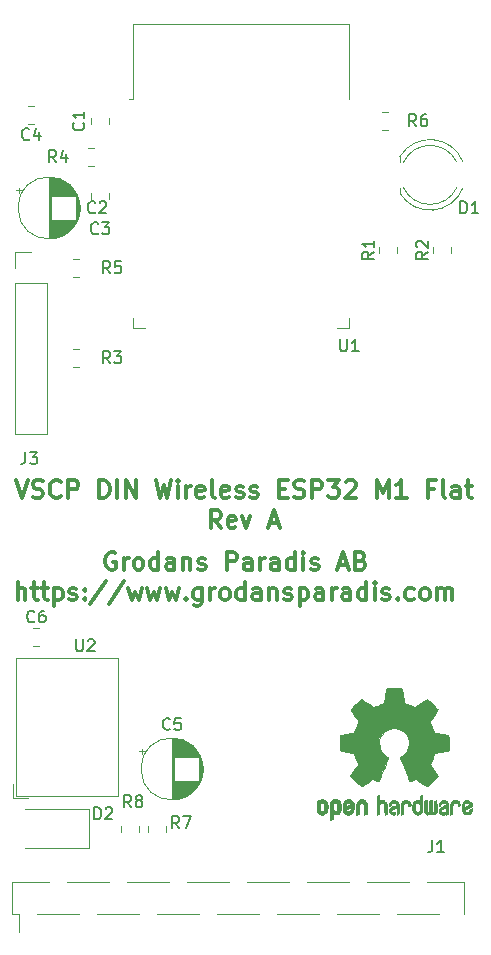
<source format=gbr>
%TF.GenerationSoftware,KiCad,Pcbnew,5.1.9+dfsg1-1*%
%TF.CreationDate,2021-05-25T15:45:51+02:00*%
%TF.ProjectId,vscp-din-wireless-esp32-flat,76736370-2d64-4696-9e2d-776972656c65,rev?*%
%TF.SameCoordinates,Original*%
%TF.FileFunction,Legend,Top*%
%TF.FilePolarity,Positive*%
%FSLAX46Y46*%
G04 Gerber Fmt 4.6, Leading zero omitted, Abs format (unit mm)*
G04 Created by KiCad (PCBNEW 5.1.9+dfsg1-1) date 2021-05-25 15:45:51*
%MOMM*%
%LPD*%
G01*
G04 APERTURE LIST*
%ADD10C,0.300000*%
%ADD11C,0.120000*%
%ADD12C,0.010000*%
%ADD13C,0.150000*%
G04 APERTURE END LIST*
D10*
X129014571Y-81215571D02*
X129514571Y-82715571D01*
X130014571Y-81215571D01*
X130443142Y-82644142D02*
X130657428Y-82715571D01*
X131014571Y-82715571D01*
X131157428Y-82644142D01*
X131228857Y-82572714D01*
X131300285Y-82429857D01*
X131300285Y-82287000D01*
X131228857Y-82144142D01*
X131157428Y-82072714D01*
X131014571Y-82001285D01*
X130728857Y-81929857D01*
X130586000Y-81858428D01*
X130514571Y-81787000D01*
X130443142Y-81644142D01*
X130443142Y-81501285D01*
X130514571Y-81358428D01*
X130586000Y-81287000D01*
X130728857Y-81215571D01*
X131086000Y-81215571D01*
X131300285Y-81287000D01*
X132800285Y-82572714D02*
X132728857Y-82644142D01*
X132514571Y-82715571D01*
X132371714Y-82715571D01*
X132157428Y-82644142D01*
X132014571Y-82501285D01*
X131943142Y-82358428D01*
X131871714Y-82072714D01*
X131871714Y-81858428D01*
X131943142Y-81572714D01*
X132014571Y-81429857D01*
X132157428Y-81287000D01*
X132371714Y-81215571D01*
X132514571Y-81215571D01*
X132728857Y-81287000D01*
X132800285Y-81358428D01*
X133443142Y-82715571D02*
X133443142Y-81215571D01*
X134014571Y-81215571D01*
X134157428Y-81287000D01*
X134228857Y-81358428D01*
X134300285Y-81501285D01*
X134300285Y-81715571D01*
X134228857Y-81858428D01*
X134157428Y-81929857D01*
X134014571Y-82001285D01*
X133443142Y-82001285D01*
X136086000Y-82715571D02*
X136086000Y-81215571D01*
X136443142Y-81215571D01*
X136657428Y-81287000D01*
X136800285Y-81429857D01*
X136871714Y-81572714D01*
X136943142Y-81858428D01*
X136943142Y-82072714D01*
X136871714Y-82358428D01*
X136800285Y-82501285D01*
X136657428Y-82644142D01*
X136443142Y-82715571D01*
X136086000Y-82715571D01*
X137586000Y-82715571D02*
X137586000Y-81215571D01*
X138300285Y-82715571D02*
X138300285Y-81215571D01*
X139157428Y-82715571D01*
X139157428Y-81215571D01*
X140871714Y-81215571D02*
X141228857Y-82715571D01*
X141514571Y-81644142D01*
X141800285Y-82715571D01*
X142157428Y-81215571D01*
X142728857Y-82715571D02*
X142728857Y-81715571D01*
X142728857Y-81215571D02*
X142657428Y-81287000D01*
X142728857Y-81358428D01*
X142800285Y-81287000D01*
X142728857Y-81215571D01*
X142728857Y-81358428D01*
X143443142Y-82715571D02*
X143443142Y-81715571D01*
X143443142Y-82001285D02*
X143514571Y-81858428D01*
X143586000Y-81787000D01*
X143728857Y-81715571D01*
X143871714Y-81715571D01*
X144943142Y-82644142D02*
X144800285Y-82715571D01*
X144514571Y-82715571D01*
X144371714Y-82644142D01*
X144300285Y-82501285D01*
X144300285Y-81929857D01*
X144371714Y-81787000D01*
X144514571Y-81715571D01*
X144800285Y-81715571D01*
X144943142Y-81787000D01*
X145014571Y-81929857D01*
X145014571Y-82072714D01*
X144300285Y-82215571D01*
X145871714Y-82715571D02*
X145728857Y-82644142D01*
X145657428Y-82501285D01*
X145657428Y-81215571D01*
X147014571Y-82644142D02*
X146871714Y-82715571D01*
X146586000Y-82715571D01*
X146443142Y-82644142D01*
X146371714Y-82501285D01*
X146371714Y-81929857D01*
X146443142Y-81787000D01*
X146586000Y-81715571D01*
X146871714Y-81715571D01*
X147014571Y-81787000D01*
X147086000Y-81929857D01*
X147086000Y-82072714D01*
X146371714Y-82215571D01*
X147657428Y-82644142D02*
X147800285Y-82715571D01*
X148086000Y-82715571D01*
X148228857Y-82644142D01*
X148300285Y-82501285D01*
X148300285Y-82429857D01*
X148228857Y-82287000D01*
X148086000Y-82215571D01*
X147871714Y-82215571D01*
X147728857Y-82144142D01*
X147657428Y-82001285D01*
X147657428Y-81929857D01*
X147728857Y-81787000D01*
X147871714Y-81715571D01*
X148086000Y-81715571D01*
X148228857Y-81787000D01*
X148871714Y-82644142D02*
X149014571Y-82715571D01*
X149300285Y-82715571D01*
X149443142Y-82644142D01*
X149514571Y-82501285D01*
X149514571Y-82429857D01*
X149443142Y-82287000D01*
X149300285Y-82215571D01*
X149086000Y-82215571D01*
X148943142Y-82144142D01*
X148871714Y-82001285D01*
X148871714Y-81929857D01*
X148943142Y-81787000D01*
X149086000Y-81715571D01*
X149300285Y-81715571D01*
X149443142Y-81787000D01*
X151300285Y-81929857D02*
X151800285Y-81929857D01*
X152014571Y-82715571D02*
X151300285Y-82715571D01*
X151300285Y-81215571D01*
X152014571Y-81215571D01*
X152586000Y-82644142D02*
X152800285Y-82715571D01*
X153157428Y-82715571D01*
X153300285Y-82644142D01*
X153371714Y-82572714D01*
X153443142Y-82429857D01*
X153443142Y-82287000D01*
X153371714Y-82144142D01*
X153300285Y-82072714D01*
X153157428Y-82001285D01*
X152871714Y-81929857D01*
X152728857Y-81858428D01*
X152657428Y-81787000D01*
X152586000Y-81644142D01*
X152586000Y-81501285D01*
X152657428Y-81358428D01*
X152728857Y-81287000D01*
X152871714Y-81215571D01*
X153228857Y-81215571D01*
X153443142Y-81287000D01*
X154086000Y-82715571D02*
X154086000Y-81215571D01*
X154657428Y-81215571D01*
X154800285Y-81287000D01*
X154871714Y-81358428D01*
X154943142Y-81501285D01*
X154943142Y-81715571D01*
X154871714Y-81858428D01*
X154800285Y-81929857D01*
X154657428Y-82001285D01*
X154086000Y-82001285D01*
X155443142Y-81215571D02*
X156371714Y-81215571D01*
X155871714Y-81787000D01*
X156086000Y-81787000D01*
X156228857Y-81858428D01*
X156300285Y-81929857D01*
X156371714Y-82072714D01*
X156371714Y-82429857D01*
X156300285Y-82572714D01*
X156228857Y-82644142D01*
X156086000Y-82715571D01*
X155657428Y-82715571D01*
X155514571Y-82644142D01*
X155443142Y-82572714D01*
X156943142Y-81358428D02*
X157014571Y-81287000D01*
X157157428Y-81215571D01*
X157514571Y-81215571D01*
X157657428Y-81287000D01*
X157728857Y-81358428D01*
X157800285Y-81501285D01*
X157800285Y-81644142D01*
X157728857Y-81858428D01*
X156871714Y-82715571D01*
X157800285Y-82715571D01*
X159586000Y-82715571D02*
X159586000Y-81215571D01*
X160086000Y-82287000D01*
X160586000Y-81215571D01*
X160586000Y-82715571D01*
X162086000Y-82715571D02*
X161228857Y-82715571D01*
X161657428Y-82715571D02*
X161657428Y-81215571D01*
X161514571Y-81429857D01*
X161371714Y-81572714D01*
X161228857Y-81644142D01*
X164371714Y-81929857D02*
X163871714Y-81929857D01*
X163871714Y-82715571D02*
X163871714Y-81215571D01*
X164586000Y-81215571D01*
X165371714Y-82715571D02*
X165228857Y-82644142D01*
X165157428Y-82501285D01*
X165157428Y-81215571D01*
X166586000Y-82715571D02*
X166586000Y-81929857D01*
X166514571Y-81787000D01*
X166371714Y-81715571D01*
X166086000Y-81715571D01*
X165943142Y-81787000D01*
X166586000Y-82644142D02*
X166443142Y-82715571D01*
X166086000Y-82715571D01*
X165943142Y-82644142D01*
X165871714Y-82501285D01*
X165871714Y-82358428D01*
X165943142Y-82215571D01*
X166086000Y-82144142D01*
X166443142Y-82144142D01*
X166586000Y-82072714D01*
X167086000Y-81715571D02*
X167657428Y-81715571D01*
X167300285Y-81215571D02*
X167300285Y-82501285D01*
X167371714Y-82644142D01*
X167514571Y-82715571D01*
X167657428Y-82715571D01*
X146371714Y-85265571D02*
X145871714Y-84551285D01*
X145514571Y-85265571D02*
X145514571Y-83765571D01*
X146086000Y-83765571D01*
X146228857Y-83837000D01*
X146300285Y-83908428D01*
X146371714Y-84051285D01*
X146371714Y-84265571D01*
X146300285Y-84408428D01*
X146228857Y-84479857D01*
X146086000Y-84551285D01*
X145514571Y-84551285D01*
X147586000Y-85194142D02*
X147443142Y-85265571D01*
X147157428Y-85265571D01*
X147014571Y-85194142D01*
X146943142Y-85051285D01*
X146943142Y-84479857D01*
X147014571Y-84337000D01*
X147157428Y-84265571D01*
X147443142Y-84265571D01*
X147586000Y-84337000D01*
X147657428Y-84479857D01*
X147657428Y-84622714D01*
X146943142Y-84765571D01*
X148157428Y-84265571D02*
X148514571Y-85265571D01*
X148871714Y-84265571D01*
X150514571Y-84837000D02*
X151228857Y-84837000D01*
X150371714Y-85265571D02*
X150871714Y-83765571D01*
X151371714Y-85265571D01*
X137431142Y-87383000D02*
X137288285Y-87311571D01*
X137074000Y-87311571D01*
X136859714Y-87383000D01*
X136716857Y-87525857D01*
X136645428Y-87668714D01*
X136574000Y-87954428D01*
X136574000Y-88168714D01*
X136645428Y-88454428D01*
X136716857Y-88597285D01*
X136859714Y-88740142D01*
X137074000Y-88811571D01*
X137216857Y-88811571D01*
X137431142Y-88740142D01*
X137502571Y-88668714D01*
X137502571Y-88168714D01*
X137216857Y-88168714D01*
X138145428Y-88811571D02*
X138145428Y-87811571D01*
X138145428Y-88097285D02*
X138216857Y-87954428D01*
X138288285Y-87883000D01*
X138431142Y-87811571D01*
X138574000Y-87811571D01*
X139288285Y-88811571D02*
X139145428Y-88740142D01*
X139074000Y-88668714D01*
X139002571Y-88525857D01*
X139002571Y-88097285D01*
X139074000Y-87954428D01*
X139145428Y-87883000D01*
X139288285Y-87811571D01*
X139502571Y-87811571D01*
X139645428Y-87883000D01*
X139716857Y-87954428D01*
X139788285Y-88097285D01*
X139788285Y-88525857D01*
X139716857Y-88668714D01*
X139645428Y-88740142D01*
X139502571Y-88811571D01*
X139288285Y-88811571D01*
X141074000Y-88811571D02*
X141074000Y-87311571D01*
X141074000Y-88740142D02*
X140931142Y-88811571D01*
X140645428Y-88811571D01*
X140502571Y-88740142D01*
X140431142Y-88668714D01*
X140359714Y-88525857D01*
X140359714Y-88097285D01*
X140431142Y-87954428D01*
X140502571Y-87883000D01*
X140645428Y-87811571D01*
X140931142Y-87811571D01*
X141074000Y-87883000D01*
X142431142Y-88811571D02*
X142431142Y-88025857D01*
X142359714Y-87883000D01*
X142216857Y-87811571D01*
X141931142Y-87811571D01*
X141788285Y-87883000D01*
X142431142Y-88740142D02*
X142288285Y-88811571D01*
X141931142Y-88811571D01*
X141788285Y-88740142D01*
X141716857Y-88597285D01*
X141716857Y-88454428D01*
X141788285Y-88311571D01*
X141931142Y-88240142D01*
X142288285Y-88240142D01*
X142431142Y-88168714D01*
X143145428Y-87811571D02*
X143145428Y-88811571D01*
X143145428Y-87954428D02*
X143216857Y-87883000D01*
X143359714Y-87811571D01*
X143574000Y-87811571D01*
X143716857Y-87883000D01*
X143788285Y-88025857D01*
X143788285Y-88811571D01*
X144431142Y-88740142D02*
X144574000Y-88811571D01*
X144859714Y-88811571D01*
X145002571Y-88740142D01*
X145074000Y-88597285D01*
X145074000Y-88525857D01*
X145002571Y-88383000D01*
X144859714Y-88311571D01*
X144645428Y-88311571D01*
X144502571Y-88240142D01*
X144431142Y-88097285D01*
X144431142Y-88025857D01*
X144502571Y-87883000D01*
X144645428Y-87811571D01*
X144859714Y-87811571D01*
X145002571Y-87883000D01*
X146859714Y-88811571D02*
X146859714Y-87311571D01*
X147431142Y-87311571D01*
X147574000Y-87383000D01*
X147645428Y-87454428D01*
X147716857Y-87597285D01*
X147716857Y-87811571D01*
X147645428Y-87954428D01*
X147574000Y-88025857D01*
X147431142Y-88097285D01*
X146859714Y-88097285D01*
X149002571Y-88811571D02*
X149002571Y-88025857D01*
X148931142Y-87883000D01*
X148788285Y-87811571D01*
X148502571Y-87811571D01*
X148359714Y-87883000D01*
X149002571Y-88740142D02*
X148859714Y-88811571D01*
X148502571Y-88811571D01*
X148359714Y-88740142D01*
X148288285Y-88597285D01*
X148288285Y-88454428D01*
X148359714Y-88311571D01*
X148502571Y-88240142D01*
X148859714Y-88240142D01*
X149002571Y-88168714D01*
X149716857Y-88811571D02*
X149716857Y-87811571D01*
X149716857Y-88097285D02*
X149788285Y-87954428D01*
X149859714Y-87883000D01*
X150002571Y-87811571D01*
X150145428Y-87811571D01*
X151288285Y-88811571D02*
X151288285Y-88025857D01*
X151216857Y-87883000D01*
X151074000Y-87811571D01*
X150788285Y-87811571D01*
X150645428Y-87883000D01*
X151288285Y-88740142D02*
X151145428Y-88811571D01*
X150788285Y-88811571D01*
X150645428Y-88740142D01*
X150574000Y-88597285D01*
X150574000Y-88454428D01*
X150645428Y-88311571D01*
X150788285Y-88240142D01*
X151145428Y-88240142D01*
X151288285Y-88168714D01*
X152645428Y-88811571D02*
X152645428Y-87311571D01*
X152645428Y-88740142D02*
X152502571Y-88811571D01*
X152216857Y-88811571D01*
X152074000Y-88740142D01*
X152002571Y-88668714D01*
X151931142Y-88525857D01*
X151931142Y-88097285D01*
X152002571Y-87954428D01*
X152074000Y-87883000D01*
X152216857Y-87811571D01*
X152502571Y-87811571D01*
X152645428Y-87883000D01*
X153359714Y-88811571D02*
X153359714Y-87811571D01*
X153359714Y-87311571D02*
X153288285Y-87383000D01*
X153359714Y-87454428D01*
X153431142Y-87383000D01*
X153359714Y-87311571D01*
X153359714Y-87454428D01*
X154002571Y-88740142D02*
X154145428Y-88811571D01*
X154431142Y-88811571D01*
X154574000Y-88740142D01*
X154645428Y-88597285D01*
X154645428Y-88525857D01*
X154574000Y-88383000D01*
X154431142Y-88311571D01*
X154216857Y-88311571D01*
X154074000Y-88240142D01*
X154002571Y-88097285D01*
X154002571Y-88025857D01*
X154074000Y-87883000D01*
X154216857Y-87811571D01*
X154431142Y-87811571D01*
X154574000Y-87883000D01*
X156359714Y-88383000D02*
X157073999Y-88383000D01*
X156216857Y-88811571D02*
X156716857Y-87311571D01*
X157216857Y-88811571D01*
X158216857Y-88025857D02*
X158431142Y-88097285D01*
X158502571Y-88168714D01*
X158573999Y-88311571D01*
X158573999Y-88525857D01*
X158502571Y-88668714D01*
X158431142Y-88740142D01*
X158288285Y-88811571D01*
X157716857Y-88811571D01*
X157716857Y-87311571D01*
X158216857Y-87311571D01*
X158359714Y-87383000D01*
X158431142Y-87454428D01*
X158502571Y-87597285D01*
X158502571Y-87740142D01*
X158431142Y-87883000D01*
X158359714Y-87954428D01*
X158216857Y-88025857D01*
X157716857Y-88025857D01*
X129181142Y-91361571D02*
X129181142Y-89861571D01*
X129824000Y-91361571D02*
X129824000Y-90575857D01*
X129752571Y-90433000D01*
X129609714Y-90361571D01*
X129395428Y-90361571D01*
X129252571Y-90433000D01*
X129181142Y-90504428D01*
X130324000Y-90361571D02*
X130895428Y-90361571D01*
X130538285Y-89861571D02*
X130538285Y-91147285D01*
X130609714Y-91290142D01*
X130752571Y-91361571D01*
X130895428Y-91361571D01*
X131181142Y-90361571D02*
X131752571Y-90361571D01*
X131395428Y-89861571D02*
X131395428Y-91147285D01*
X131466857Y-91290142D01*
X131609714Y-91361571D01*
X131752571Y-91361571D01*
X132252571Y-90361571D02*
X132252571Y-91861571D01*
X132252571Y-90433000D02*
X132395428Y-90361571D01*
X132681142Y-90361571D01*
X132824000Y-90433000D01*
X132895428Y-90504428D01*
X132966857Y-90647285D01*
X132966857Y-91075857D01*
X132895428Y-91218714D01*
X132824000Y-91290142D01*
X132681142Y-91361571D01*
X132395428Y-91361571D01*
X132252571Y-91290142D01*
X133538285Y-91290142D02*
X133681142Y-91361571D01*
X133966857Y-91361571D01*
X134109714Y-91290142D01*
X134181142Y-91147285D01*
X134181142Y-91075857D01*
X134109714Y-90933000D01*
X133966857Y-90861571D01*
X133752571Y-90861571D01*
X133609714Y-90790142D01*
X133538285Y-90647285D01*
X133538285Y-90575857D01*
X133609714Y-90433000D01*
X133752571Y-90361571D01*
X133966857Y-90361571D01*
X134109714Y-90433000D01*
X134824000Y-91218714D02*
X134895428Y-91290142D01*
X134824000Y-91361571D01*
X134752571Y-91290142D01*
X134824000Y-91218714D01*
X134824000Y-91361571D01*
X134824000Y-90433000D02*
X134895428Y-90504428D01*
X134824000Y-90575857D01*
X134752571Y-90504428D01*
X134824000Y-90433000D01*
X134824000Y-90575857D01*
X136609714Y-89790142D02*
X135324000Y-91718714D01*
X138181142Y-89790142D02*
X136895428Y-91718714D01*
X138538285Y-90361571D02*
X138824000Y-91361571D01*
X139109714Y-90647285D01*
X139395428Y-91361571D01*
X139681142Y-90361571D01*
X140109714Y-90361571D02*
X140395428Y-91361571D01*
X140681142Y-90647285D01*
X140966857Y-91361571D01*
X141252571Y-90361571D01*
X141681142Y-90361571D02*
X141966857Y-91361571D01*
X142252571Y-90647285D01*
X142538285Y-91361571D01*
X142824000Y-90361571D01*
X143395428Y-91218714D02*
X143466857Y-91290142D01*
X143395428Y-91361571D01*
X143324000Y-91290142D01*
X143395428Y-91218714D01*
X143395428Y-91361571D01*
X144752571Y-90361571D02*
X144752571Y-91575857D01*
X144681142Y-91718714D01*
X144609714Y-91790142D01*
X144466857Y-91861571D01*
X144252571Y-91861571D01*
X144109714Y-91790142D01*
X144752571Y-91290142D02*
X144609714Y-91361571D01*
X144324000Y-91361571D01*
X144181142Y-91290142D01*
X144109714Y-91218714D01*
X144038285Y-91075857D01*
X144038285Y-90647285D01*
X144109714Y-90504428D01*
X144181142Y-90433000D01*
X144324000Y-90361571D01*
X144609714Y-90361571D01*
X144752571Y-90433000D01*
X145466857Y-91361571D02*
X145466857Y-90361571D01*
X145466857Y-90647285D02*
X145538285Y-90504428D01*
X145609714Y-90433000D01*
X145752571Y-90361571D01*
X145895428Y-90361571D01*
X146609714Y-91361571D02*
X146466857Y-91290142D01*
X146395428Y-91218714D01*
X146324000Y-91075857D01*
X146324000Y-90647285D01*
X146395428Y-90504428D01*
X146466857Y-90433000D01*
X146609714Y-90361571D01*
X146824000Y-90361571D01*
X146966857Y-90433000D01*
X147038285Y-90504428D01*
X147109714Y-90647285D01*
X147109714Y-91075857D01*
X147038285Y-91218714D01*
X146966857Y-91290142D01*
X146824000Y-91361571D01*
X146609714Y-91361571D01*
X148395428Y-91361571D02*
X148395428Y-89861571D01*
X148395428Y-91290142D02*
X148252571Y-91361571D01*
X147966857Y-91361571D01*
X147824000Y-91290142D01*
X147752571Y-91218714D01*
X147681142Y-91075857D01*
X147681142Y-90647285D01*
X147752571Y-90504428D01*
X147824000Y-90433000D01*
X147966857Y-90361571D01*
X148252571Y-90361571D01*
X148395428Y-90433000D01*
X149752571Y-91361571D02*
X149752571Y-90575857D01*
X149681142Y-90433000D01*
X149538285Y-90361571D01*
X149252571Y-90361571D01*
X149109714Y-90433000D01*
X149752571Y-91290142D02*
X149609714Y-91361571D01*
X149252571Y-91361571D01*
X149109714Y-91290142D01*
X149038285Y-91147285D01*
X149038285Y-91004428D01*
X149109714Y-90861571D01*
X149252571Y-90790142D01*
X149609714Y-90790142D01*
X149752571Y-90718714D01*
X150466857Y-90361571D02*
X150466857Y-91361571D01*
X150466857Y-90504428D02*
X150538285Y-90433000D01*
X150681142Y-90361571D01*
X150895428Y-90361571D01*
X151038285Y-90433000D01*
X151109714Y-90575857D01*
X151109714Y-91361571D01*
X151752571Y-91290142D02*
X151895428Y-91361571D01*
X152181142Y-91361571D01*
X152324000Y-91290142D01*
X152395428Y-91147285D01*
X152395428Y-91075857D01*
X152324000Y-90933000D01*
X152181142Y-90861571D01*
X151966857Y-90861571D01*
X151824000Y-90790142D01*
X151752571Y-90647285D01*
X151752571Y-90575857D01*
X151824000Y-90433000D01*
X151966857Y-90361571D01*
X152181142Y-90361571D01*
X152324000Y-90433000D01*
X153038285Y-90361571D02*
X153038285Y-91861571D01*
X153038285Y-90433000D02*
X153181142Y-90361571D01*
X153466857Y-90361571D01*
X153609714Y-90433000D01*
X153681142Y-90504428D01*
X153752571Y-90647285D01*
X153752571Y-91075857D01*
X153681142Y-91218714D01*
X153609714Y-91290142D01*
X153466857Y-91361571D01*
X153181142Y-91361571D01*
X153038285Y-91290142D01*
X155038285Y-91361571D02*
X155038285Y-90575857D01*
X154966857Y-90433000D01*
X154824000Y-90361571D01*
X154538285Y-90361571D01*
X154395428Y-90433000D01*
X155038285Y-91290142D02*
X154895428Y-91361571D01*
X154538285Y-91361571D01*
X154395428Y-91290142D01*
X154324000Y-91147285D01*
X154324000Y-91004428D01*
X154395428Y-90861571D01*
X154538285Y-90790142D01*
X154895428Y-90790142D01*
X155038285Y-90718714D01*
X155752571Y-91361571D02*
X155752571Y-90361571D01*
X155752571Y-90647285D02*
X155824000Y-90504428D01*
X155895428Y-90433000D01*
X156038285Y-90361571D01*
X156181142Y-90361571D01*
X157324000Y-91361571D02*
X157324000Y-90575857D01*
X157252571Y-90433000D01*
X157109714Y-90361571D01*
X156824000Y-90361571D01*
X156681142Y-90433000D01*
X157324000Y-91290142D02*
X157181142Y-91361571D01*
X156824000Y-91361571D01*
X156681142Y-91290142D01*
X156609714Y-91147285D01*
X156609714Y-91004428D01*
X156681142Y-90861571D01*
X156824000Y-90790142D01*
X157181142Y-90790142D01*
X157324000Y-90718714D01*
X158681142Y-91361571D02*
X158681142Y-89861571D01*
X158681142Y-91290142D02*
X158538285Y-91361571D01*
X158252571Y-91361571D01*
X158109714Y-91290142D01*
X158038285Y-91218714D01*
X157966857Y-91075857D01*
X157966857Y-90647285D01*
X158038285Y-90504428D01*
X158109714Y-90433000D01*
X158252571Y-90361571D01*
X158538285Y-90361571D01*
X158681142Y-90433000D01*
X159395428Y-91361571D02*
X159395428Y-90361571D01*
X159395428Y-89861571D02*
X159324000Y-89933000D01*
X159395428Y-90004428D01*
X159466857Y-89933000D01*
X159395428Y-89861571D01*
X159395428Y-90004428D01*
X160038285Y-91290142D02*
X160181142Y-91361571D01*
X160466857Y-91361571D01*
X160609714Y-91290142D01*
X160681142Y-91147285D01*
X160681142Y-91075857D01*
X160609714Y-90933000D01*
X160466857Y-90861571D01*
X160252571Y-90861571D01*
X160109714Y-90790142D01*
X160038285Y-90647285D01*
X160038285Y-90575857D01*
X160109714Y-90433000D01*
X160252571Y-90361571D01*
X160466857Y-90361571D01*
X160609714Y-90433000D01*
X161324000Y-91218714D02*
X161395428Y-91290142D01*
X161324000Y-91361571D01*
X161252571Y-91290142D01*
X161324000Y-91218714D01*
X161324000Y-91361571D01*
X162681142Y-91290142D02*
X162538285Y-91361571D01*
X162252571Y-91361571D01*
X162109714Y-91290142D01*
X162038285Y-91218714D01*
X161966857Y-91075857D01*
X161966857Y-90647285D01*
X162038285Y-90504428D01*
X162109714Y-90433000D01*
X162252571Y-90361571D01*
X162538285Y-90361571D01*
X162681142Y-90433000D01*
X163538285Y-91361571D02*
X163395428Y-91290142D01*
X163324000Y-91218714D01*
X163252571Y-91075857D01*
X163252571Y-90647285D01*
X163324000Y-90504428D01*
X163395428Y-90433000D01*
X163538285Y-90361571D01*
X163752571Y-90361571D01*
X163895428Y-90433000D01*
X163966857Y-90504428D01*
X164038285Y-90647285D01*
X164038285Y-91075857D01*
X163966857Y-91218714D01*
X163895428Y-91290142D01*
X163752571Y-91361571D01*
X163538285Y-91361571D01*
X164681142Y-91361571D02*
X164681142Y-90361571D01*
X164681142Y-90504428D02*
X164752571Y-90433000D01*
X164895428Y-90361571D01*
X165109714Y-90361571D01*
X165252571Y-90433000D01*
X165324000Y-90575857D01*
X165324000Y-91361571D01*
X165324000Y-90575857D02*
X165395428Y-90433000D01*
X165538285Y-90361571D01*
X165752571Y-90361571D01*
X165895428Y-90433000D01*
X165966857Y-90575857D01*
X165966857Y-91361571D01*
D11*
%TO.C,U2*%
X128764000Y-108158000D02*
X128764000Y-106918000D01*
X130004000Y-108158000D02*
X128764000Y-108158000D01*
X129004000Y-96298000D02*
X137624000Y-96298000D01*
X129004000Y-107918000D02*
X137624000Y-107918000D01*
X137624000Y-107918000D02*
X137624000Y-96298000D01*
X129004000Y-107918000D02*
X129004000Y-96298000D01*
%TO.C,D2*%
X135226000Y-112394000D02*
X129826000Y-112394000D01*
X135226000Y-109094000D02*
X129826000Y-109094000D01*
X135226000Y-112394000D02*
X135226000Y-109094000D01*
%TO.C,C6*%
X130482748Y-95223000D02*
X131005252Y-95223000D01*
X130482748Y-93753000D02*
X131005252Y-93753000D01*
%TO.C,C5*%
X139665225Y-103939000D02*
X139665225Y-104439000D01*
X139415225Y-104189000D02*
X139915225Y-104189000D01*
X144821000Y-105380000D02*
X144821000Y-105948000D01*
X144781000Y-105146000D02*
X144781000Y-106182000D01*
X144741000Y-104987000D02*
X144741000Y-106341000D01*
X144701000Y-104859000D02*
X144701000Y-106469000D01*
X144661000Y-104749000D02*
X144661000Y-106579000D01*
X144621000Y-104653000D02*
X144621000Y-106675000D01*
X144581000Y-104566000D02*
X144581000Y-106762000D01*
X144541000Y-104486000D02*
X144541000Y-106842000D01*
X144501000Y-106704000D02*
X144501000Y-106915000D01*
X144501000Y-104413000D02*
X144501000Y-104624000D01*
X144461000Y-106704000D02*
X144461000Y-106983000D01*
X144461000Y-104345000D02*
X144461000Y-104624000D01*
X144421000Y-106704000D02*
X144421000Y-107047000D01*
X144421000Y-104281000D02*
X144421000Y-104624000D01*
X144381000Y-106704000D02*
X144381000Y-107107000D01*
X144381000Y-104221000D02*
X144381000Y-104624000D01*
X144341000Y-106704000D02*
X144341000Y-107164000D01*
X144341000Y-104164000D02*
X144341000Y-104624000D01*
X144301000Y-106704000D02*
X144301000Y-107218000D01*
X144301000Y-104110000D02*
X144301000Y-104624000D01*
X144261000Y-106704000D02*
X144261000Y-107269000D01*
X144261000Y-104059000D02*
X144261000Y-104624000D01*
X144221000Y-106704000D02*
X144221000Y-107317000D01*
X144221000Y-104011000D02*
X144221000Y-104624000D01*
X144181000Y-106704000D02*
X144181000Y-107363000D01*
X144181000Y-103965000D02*
X144181000Y-104624000D01*
X144141000Y-106704000D02*
X144141000Y-107407000D01*
X144141000Y-103921000D02*
X144141000Y-104624000D01*
X144101000Y-106704000D02*
X144101000Y-107449000D01*
X144101000Y-103879000D02*
X144101000Y-104624000D01*
X144061000Y-106704000D02*
X144061000Y-107490000D01*
X144061000Y-103838000D02*
X144061000Y-104624000D01*
X144021000Y-106704000D02*
X144021000Y-107528000D01*
X144021000Y-103800000D02*
X144021000Y-104624000D01*
X143981000Y-106704000D02*
X143981000Y-107565000D01*
X143981000Y-103763000D02*
X143981000Y-104624000D01*
X143941000Y-106704000D02*
X143941000Y-107601000D01*
X143941000Y-103727000D02*
X143941000Y-104624000D01*
X143901000Y-106704000D02*
X143901000Y-107635000D01*
X143901000Y-103693000D02*
X143901000Y-104624000D01*
X143861000Y-106704000D02*
X143861000Y-107668000D01*
X143861000Y-103660000D02*
X143861000Y-104624000D01*
X143821000Y-106704000D02*
X143821000Y-107699000D01*
X143821000Y-103629000D02*
X143821000Y-104624000D01*
X143781000Y-106704000D02*
X143781000Y-107729000D01*
X143781000Y-103599000D02*
X143781000Y-104624000D01*
X143741000Y-106704000D02*
X143741000Y-107759000D01*
X143741000Y-103569000D02*
X143741000Y-104624000D01*
X143701000Y-106704000D02*
X143701000Y-107786000D01*
X143701000Y-103542000D02*
X143701000Y-104624000D01*
X143661000Y-106704000D02*
X143661000Y-107813000D01*
X143661000Y-103515000D02*
X143661000Y-104624000D01*
X143621000Y-106704000D02*
X143621000Y-107839000D01*
X143621000Y-103489000D02*
X143621000Y-104624000D01*
X143581000Y-106704000D02*
X143581000Y-107864000D01*
X143581000Y-103464000D02*
X143581000Y-104624000D01*
X143541000Y-106704000D02*
X143541000Y-107888000D01*
X143541000Y-103440000D02*
X143541000Y-104624000D01*
X143501000Y-106704000D02*
X143501000Y-107911000D01*
X143501000Y-103417000D02*
X143501000Y-104624000D01*
X143461000Y-106704000D02*
X143461000Y-107932000D01*
X143461000Y-103396000D02*
X143461000Y-104624000D01*
X143421000Y-106704000D02*
X143421000Y-107954000D01*
X143421000Y-103374000D02*
X143421000Y-104624000D01*
X143381000Y-106704000D02*
X143381000Y-107974000D01*
X143381000Y-103354000D02*
X143381000Y-104624000D01*
X143341000Y-106704000D02*
X143341000Y-107993000D01*
X143341000Y-103335000D02*
X143341000Y-104624000D01*
X143301000Y-106704000D02*
X143301000Y-108012000D01*
X143301000Y-103316000D02*
X143301000Y-104624000D01*
X143261000Y-106704000D02*
X143261000Y-108029000D01*
X143261000Y-103299000D02*
X143261000Y-104624000D01*
X143221000Y-106704000D02*
X143221000Y-108046000D01*
X143221000Y-103282000D02*
X143221000Y-104624000D01*
X143181000Y-106704000D02*
X143181000Y-108062000D01*
X143181000Y-103266000D02*
X143181000Y-104624000D01*
X143141000Y-106704000D02*
X143141000Y-108078000D01*
X143141000Y-103250000D02*
X143141000Y-104624000D01*
X143101000Y-106704000D02*
X143101000Y-108092000D01*
X143101000Y-103236000D02*
X143101000Y-104624000D01*
X143061000Y-106704000D02*
X143061000Y-108106000D01*
X143061000Y-103222000D02*
X143061000Y-104624000D01*
X143021000Y-106704000D02*
X143021000Y-108119000D01*
X143021000Y-103209000D02*
X143021000Y-104624000D01*
X142981000Y-106704000D02*
X142981000Y-108132000D01*
X142981000Y-103196000D02*
X142981000Y-104624000D01*
X142941000Y-106704000D02*
X142941000Y-108144000D01*
X142941000Y-103184000D02*
X142941000Y-104624000D01*
X142900000Y-106704000D02*
X142900000Y-108155000D01*
X142900000Y-103173000D02*
X142900000Y-104624000D01*
X142860000Y-106704000D02*
X142860000Y-108165000D01*
X142860000Y-103163000D02*
X142860000Y-104624000D01*
X142820000Y-106704000D02*
X142820000Y-108175000D01*
X142820000Y-103153000D02*
X142820000Y-104624000D01*
X142780000Y-106704000D02*
X142780000Y-108184000D01*
X142780000Y-103144000D02*
X142780000Y-104624000D01*
X142740000Y-106704000D02*
X142740000Y-108192000D01*
X142740000Y-103136000D02*
X142740000Y-104624000D01*
X142700000Y-106704000D02*
X142700000Y-108200000D01*
X142700000Y-103128000D02*
X142700000Y-104624000D01*
X142660000Y-106704000D02*
X142660000Y-108207000D01*
X142660000Y-103121000D02*
X142660000Y-104624000D01*
X142620000Y-106704000D02*
X142620000Y-108214000D01*
X142620000Y-103114000D02*
X142620000Y-104624000D01*
X142580000Y-106704000D02*
X142580000Y-108220000D01*
X142580000Y-103108000D02*
X142580000Y-104624000D01*
X142540000Y-106704000D02*
X142540000Y-108225000D01*
X142540000Y-103103000D02*
X142540000Y-104624000D01*
X142500000Y-106704000D02*
X142500000Y-108229000D01*
X142500000Y-103099000D02*
X142500000Y-104624000D01*
X142460000Y-106704000D02*
X142460000Y-108233000D01*
X142460000Y-103095000D02*
X142460000Y-104624000D01*
X142420000Y-103091000D02*
X142420000Y-108237000D01*
X142380000Y-103088000D02*
X142380000Y-108240000D01*
X142340000Y-103086000D02*
X142340000Y-108242000D01*
X142300000Y-103085000D02*
X142300000Y-108243000D01*
X142260000Y-103084000D02*
X142260000Y-108244000D01*
X142220000Y-103084000D02*
X142220000Y-108244000D01*
X144840000Y-105664000D02*
G75*
G03*
X144840000Y-105664000I-2620000J0D01*
G01*
%TO.C,R7*%
X141705000Y-110971064D02*
X141705000Y-110516936D01*
X140235000Y-110971064D02*
X140235000Y-110516936D01*
%TO.C,J1*%
X161288000Y-117916000D02*
X164848000Y-117916000D01*
X156208000Y-117916000D02*
X159768000Y-117916000D01*
X151128000Y-117916000D02*
X154688000Y-117916000D01*
X146048000Y-117916000D02*
X149608000Y-117916000D01*
X140968000Y-117916000D02*
X144528000Y-117916000D01*
X135888000Y-117916000D02*
X139448000Y-117916000D01*
X130808000Y-117916000D02*
X134368000Y-117916000D01*
X163828000Y-115256000D02*
X166938000Y-115256000D01*
X158748000Y-115256000D02*
X162308000Y-115256000D01*
X153668000Y-115256000D02*
X157228000Y-115256000D01*
X148588000Y-115256000D02*
X152148000Y-115256000D01*
X143508000Y-115256000D02*
X147068000Y-115256000D01*
X138428000Y-115256000D02*
X141988000Y-115256000D01*
X133348000Y-115256000D02*
X136908000Y-115256000D01*
X166368000Y-115256000D02*
X166938000Y-115256000D01*
X128718000Y-117916000D02*
X129288000Y-117916000D01*
X129288000Y-117916000D02*
X129288000Y-119436000D01*
X128718000Y-115256000D02*
X131828000Y-115256000D01*
X166938000Y-117916000D02*
X166938000Y-115256000D01*
X128718000Y-117916000D02*
X128718000Y-115256000D01*
%TO.C,C4*%
X130563252Y-49557000D02*
X130040748Y-49557000D01*
X130563252Y-51027000D02*
X130040748Y-51027000D01*
%TO.C,R6*%
X160046936Y-51535000D02*
X160501064Y-51535000D01*
X160046936Y-50065000D02*
X160501064Y-50065000D01*
%TO.C,D1*%
X161524000Y-56452000D02*
X161524000Y-56917000D01*
X161524000Y-53827000D02*
X161524000Y-54292000D01*
X166338479Y-56452429D02*
G75*
G02*
X161829316Y-56452000I-2254479J1080429D01*
G01*
X166338479Y-54291571D02*
G75*
G03*
X161829316Y-54292000I-2254479J-1080429D01*
G01*
X166871815Y-56452827D02*
G75*
G02*
X161524000Y-56916830I-2787815J1080827D01*
G01*
X166871815Y-54291173D02*
G75*
G03*
X161524000Y-53827170I-2787815J-1080827D01*
G01*
D12*
%TO.C,REF\u002A\u002A*%
G36*
X161245014Y-98846998D02*
G01*
X161403006Y-98847863D01*
X161517347Y-98850205D01*
X161595407Y-98854762D01*
X161644554Y-98862270D01*
X161672159Y-98873466D01*
X161685592Y-98889088D01*
X161692221Y-98909873D01*
X161692865Y-98912563D01*
X161702935Y-98961113D01*
X161721575Y-99056905D01*
X161746845Y-99189743D01*
X161776807Y-99349431D01*
X161809522Y-99525774D01*
X161810664Y-99531967D01*
X161843433Y-99704782D01*
X161874093Y-99857469D01*
X161900664Y-99980871D01*
X161921167Y-100065831D01*
X161933626Y-100103190D01*
X161934220Y-100103852D01*
X161970919Y-100122095D01*
X162046586Y-100152497D01*
X162144878Y-100188493D01*
X162145425Y-100188685D01*
X162269233Y-100235222D01*
X162415196Y-100294504D01*
X162552781Y-100354109D01*
X162559293Y-100357056D01*
X162783390Y-100458765D01*
X163279619Y-100119897D01*
X163431846Y-100016592D01*
X163569741Y-99924237D01*
X163685315Y-99848084D01*
X163770579Y-99793385D01*
X163817544Y-99765393D01*
X163822004Y-99763317D01*
X163856134Y-99772560D01*
X163919881Y-99817156D01*
X164015731Y-99899209D01*
X164146169Y-100020821D01*
X164279328Y-100150205D01*
X164407694Y-100277702D01*
X164522581Y-100394046D01*
X164617073Y-100492052D01*
X164684253Y-100564536D01*
X164717206Y-100604313D01*
X164718432Y-100606361D01*
X164722074Y-100633656D01*
X164708350Y-100678234D01*
X164673869Y-100746112D01*
X164615239Y-100843311D01*
X164529070Y-100975851D01*
X164414200Y-101146476D01*
X164312254Y-101296655D01*
X164221123Y-101431350D01*
X164146073Y-101542740D01*
X164092369Y-101623005D01*
X164065280Y-101664325D01*
X164063574Y-101667130D01*
X164066882Y-101706721D01*
X164091953Y-101783669D01*
X164133798Y-101883432D01*
X164148712Y-101915291D01*
X164213786Y-102057226D01*
X164283212Y-102218273D01*
X164339609Y-102357621D01*
X164380247Y-102461044D01*
X164412526Y-102539642D01*
X164431178Y-102580720D01*
X164433497Y-102583885D01*
X164467803Y-102589128D01*
X164548669Y-102603494D01*
X164665343Y-102624937D01*
X164807075Y-102651413D01*
X164963110Y-102680877D01*
X165122698Y-102711283D01*
X165275085Y-102740588D01*
X165409521Y-102766745D01*
X165515252Y-102787710D01*
X165581526Y-102801439D01*
X165597782Y-102805320D01*
X165614573Y-102814900D01*
X165627249Y-102836536D01*
X165636378Y-102877531D01*
X165642531Y-102945189D01*
X165646280Y-103046812D01*
X165648192Y-103189703D01*
X165648840Y-103381165D01*
X165648874Y-103459645D01*
X165648874Y-104097906D01*
X165495598Y-104128160D01*
X165410322Y-104144564D01*
X165283070Y-104168509D01*
X165129315Y-104197107D01*
X164964534Y-104227467D01*
X164918989Y-104235806D01*
X164766932Y-104265370D01*
X164634468Y-104294442D01*
X164532714Y-104320329D01*
X164472788Y-104340337D01*
X164462805Y-104346301D01*
X164438293Y-104388534D01*
X164403148Y-104470370D01*
X164364173Y-104575683D01*
X164356442Y-104598368D01*
X164305360Y-104739018D01*
X164241954Y-104897714D01*
X164179904Y-105040225D01*
X164179598Y-105040886D01*
X164076267Y-105264440D01*
X164755961Y-106264232D01*
X164319621Y-106701300D01*
X164187649Y-106831381D01*
X164067279Y-106946048D01*
X163965273Y-107039181D01*
X163888391Y-107104658D01*
X163843393Y-107136357D01*
X163836938Y-107138368D01*
X163799040Y-107122529D01*
X163721708Y-107078496D01*
X163613389Y-107011490D01*
X163482532Y-106926734D01*
X163341052Y-106831816D01*
X163197461Y-106734998D01*
X163069435Y-106650751D01*
X162965105Y-106584258D01*
X162892600Y-106540702D01*
X162860158Y-106525264D01*
X162820576Y-106538328D01*
X162745519Y-106572750D01*
X162650468Y-106621380D01*
X162640392Y-106626785D01*
X162512391Y-106690980D01*
X162424618Y-106722463D01*
X162370028Y-106722798D01*
X162341575Y-106693548D01*
X162341410Y-106693138D01*
X162327188Y-106658498D01*
X162293269Y-106576269D01*
X162242284Y-106452814D01*
X162176862Y-106294498D01*
X162099634Y-106107686D01*
X162013229Y-105898742D01*
X161929551Y-105696446D01*
X161837588Y-105473200D01*
X161753150Y-105266392D01*
X161678769Y-105082362D01*
X161616974Y-104927451D01*
X161570297Y-104807996D01*
X161541268Y-104730339D01*
X161532322Y-104701356D01*
X161554756Y-104668110D01*
X161613439Y-104615123D01*
X161691689Y-104556704D01*
X161914534Y-104371952D01*
X162088718Y-104160182D01*
X162212154Y-103925856D01*
X162282754Y-103673434D01*
X162298431Y-103407377D01*
X162287036Y-103284575D01*
X162224950Y-103029793D01*
X162118023Y-102804801D01*
X161972889Y-102611817D01*
X161796178Y-102453061D01*
X161594522Y-102330750D01*
X161374554Y-102247105D01*
X161142906Y-102204344D01*
X160906209Y-102204687D01*
X160671095Y-102250352D01*
X160444196Y-102343559D01*
X160232144Y-102486527D01*
X160143636Y-102567383D01*
X159973889Y-102775007D01*
X159855699Y-103001895D01*
X159788278Y-103241433D01*
X159770840Y-103487007D01*
X159802598Y-103732003D01*
X159882765Y-103969808D01*
X160010555Y-104193807D01*
X160185180Y-104397387D01*
X160380312Y-104556704D01*
X160461591Y-104617602D01*
X160519009Y-104670015D01*
X160539678Y-104701406D01*
X160528856Y-104735639D01*
X160498077Y-104817419D01*
X160449874Y-104940407D01*
X160386778Y-105098263D01*
X160311322Y-105284649D01*
X160226038Y-105493226D01*
X160142219Y-105696496D01*
X160049745Y-105919933D01*
X159964089Y-106126984D01*
X159887882Y-106311286D01*
X159823753Y-106466475D01*
X159774332Y-106586188D01*
X159742248Y-106664061D01*
X159730359Y-106693138D01*
X159702274Y-106722677D01*
X159647949Y-106722591D01*
X159560395Y-106691326D01*
X159432619Y-106627329D01*
X159431608Y-106626785D01*
X159335402Y-106577121D01*
X159257631Y-106540945D01*
X159213777Y-106525408D01*
X159211842Y-106525264D01*
X159178829Y-106541024D01*
X159105946Y-106584850D01*
X159001322Y-106651557D01*
X158873090Y-106735964D01*
X158730948Y-106831816D01*
X158586233Y-106928867D01*
X158455804Y-107013270D01*
X158348110Y-107079801D01*
X158271598Y-107123238D01*
X158235062Y-107138368D01*
X158201418Y-107118482D01*
X158133776Y-107062903D01*
X158038893Y-106977754D01*
X157923530Y-106869153D01*
X157794445Y-106743221D01*
X157752229Y-106701149D01*
X157315739Y-106263931D01*
X157647977Y-105776340D01*
X157748946Y-105626605D01*
X157837562Y-105492220D01*
X157908854Y-105380969D01*
X157957850Y-105300639D01*
X157979578Y-105259014D01*
X157980215Y-105256053D01*
X157968760Y-105216818D01*
X157937949Y-105137895D01*
X157893116Y-105032509D01*
X157861647Y-104961954D01*
X157802808Y-104826876D01*
X157747396Y-104690409D01*
X157704436Y-104575103D01*
X157692766Y-104539977D01*
X157659611Y-104446174D01*
X157627201Y-104373694D01*
X157609399Y-104346301D01*
X157570114Y-104329536D01*
X157484374Y-104305770D01*
X157363303Y-104277697D01*
X157218027Y-104248009D01*
X157153012Y-104235806D01*
X156987913Y-104205468D01*
X156829552Y-104176093D01*
X156693404Y-104150569D01*
X156594943Y-104131785D01*
X156576402Y-104128160D01*
X156423127Y-104097906D01*
X156423127Y-103459645D01*
X156423471Y-103249770D01*
X156424884Y-103090980D01*
X156427936Y-102975973D01*
X156433197Y-102897446D01*
X156441237Y-102848096D01*
X156452627Y-102820619D01*
X156467937Y-102807713D01*
X156474218Y-102805320D01*
X156512104Y-102796833D01*
X156595805Y-102779900D01*
X156714567Y-102756566D01*
X156857639Y-102728875D01*
X157014268Y-102698873D01*
X157173703Y-102668604D01*
X157325191Y-102640115D01*
X157457981Y-102615449D01*
X157561319Y-102596651D01*
X157624455Y-102585767D01*
X157638503Y-102583885D01*
X157651230Y-102558704D01*
X157679400Y-102491622D01*
X157717748Y-102395333D01*
X157732391Y-102357621D01*
X157791452Y-102211921D01*
X157861000Y-102050951D01*
X157923288Y-101915291D01*
X157969121Y-101811561D01*
X157999613Y-101726326D01*
X158009792Y-101674126D01*
X158008169Y-101667130D01*
X157986657Y-101634102D01*
X157937535Y-101560643D01*
X157866077Y-101454577D01*
X157777555Y-101323726D01*
X157677241Y-101175912D01*
X157657406Y-101146734D01*
X157541012Y-100973863D01*
X157455452Y-100842226D01*
X157397316Y-100745761D01*
X157363192Y-100678408D01*
X157349669Y-100634106D01*
X157353336Y-100606794D01*
X157353430Y-100606620D01*
X157382293Y-100570746D01*
X157446133Y-100501391D01*
X157538031Y-100405745D01*
X157651067Y-100290999D01*
X157778321Y-100164341D01*
X157792672Y-100150205D01*
X157953043Y-99994903D01*
X158076805Y-99880870D01*
X158166445Y-99806002D01*
X158224448Y-99768196D01*
X158249996Y-99763317D01*
X158287282Y-99784603D01*
X158364657Y-99833773D01*
X158474133Y-99905575D01*
X158607720Y-99994755D01*
X158757430Y-100096063D01*
X158792382Y-100119897D01*
X159288610Y-100458765D01*
X159512707Y-100357056D01*
X159648989Y-100297783D01*
X159795276Y-100238170D01*
X159921035Y-100190640D01*
X159926575Y-100188685D01*
X160024943Y-100152677D01*
X160100771Y-100122229D01*
X160137718Y-100103905D01*
X160137780Y-100103852D01*
X160149504Y-100070729D01*
X160169432Y-99989267D01*
X160195587Y-99868625D01*
X160225990Y-99717959D01*
X160258663Y-99546428D01*
X160261336Y-99531967D01*
X160294110Y-99355235D01*
X160324198Y-99194810D01*
X160349661Y-99060888D01*
X160368559Y-98963663D01*
X160378953Y-98913332D01*
X160379135Y-98912563D01*
X160385461Y-98891153D01*
X160397761Y-98874988D01*
X160423406Y-98863331D01*
X160469765Y-98855445D01*
X160544208Y-98850593D01*
X160654105Y-98848039D01*
X160806825Y-98847045D01*
X161009738Y-98846874D01*
X161036000Y-98846874D01*
X161245014Y-98846998D01*
G37*
X161245014Y-98846998D02*
X161403006Y-98847863D01*
X161517347Y-98850205D01*
X161595407Y-98854762D01*
X161644554Y-98862270D01*
X161672159Y-98873466D01*
X161685592Y-98889088D01*
X161692221Y-98909873D01*
X161692865Y-98912563D01*
X161702935Y-98961113D01*
X161721575Y-99056905D01*
X161746845Y-99189743D01*
X161776807Y-99349431D01*
X161809522Y-99525774D01*
X161810664Y-99531967D01*
X161843433Y-99704782D01*
X161874093Y-99857469D01*
X161900664Y-99980871D01*
X161921167Y-100065831D01*
X161933626Y-100103190D01*
X161934220Y-100103852D01*
X161970919Y-100122095D01*
X162046586Y-100152497D01*
X162144878Y-100188493D01*
X162145425Y-100188685D01*
X162269233Y-100235222D01*
X162415196Y-100294504D01*
X162552781Y-100354109D01*
X162559293Y-100357056D01*
X162783390Y-100458765D01*
X163279619Y-100119897D01*
X163431846Y-100016592D01*
X163569741Y-99924237D01*
X163685315Y-99848084D01*
X163770579Y-99793385D01*
X163817544Y-99765393D01*
X163822004Y-99763317D01*
X163856134Y-99772560D01*
X163919881Y-99817156D01*
X164015731Y-99899209D01*
X164146169Y-100020821D01*
X164279328Y-100150205D01*
X164407694Y-100277702D01*
X164522581Y-100394046D01*
X164617073Y-100492052D01*
X164684253Y-100564536D01*
X164717206Y-100604313D01*
X164718432Y-100606361D01*
X164722074Y-100633656D01*
X164708350Y-100678234D01*
X164673869Y-100746112D01*
X164615239Y-100843311D01*
X164529070Y-100975851D01*
X164414200Y-101146476D01*
X164312254Y-101296655D01*
X164221123Y-101431350D01*
X164146073Y-101542740D01*
X164092369Y-101623005D01*
X164065280Y-101664325D01*
X164063574Y-101667130D01*
X164066882Y-101706721D01*
X164091953Y-101783669D01*
X164133798Y-101883432D01*
X164148712Y-101915291D01*
X164213786Y-102057226D01*
X164283212Y-102218273D01*
X164339609Y-102357621D01*
X164380247Y-102461044D01*
X164412526Y-102539642D01*
X164431178Y-102580720D01*
X164433497Y-102583885D01*
X164467803Y-102589128D01*
X164548669Y-102603494D01*
X164665343Y-102624937D01*
X164807075Y-102651413D01*
X164963110Y-102680877D01*
X165122698Y-102711283D01*
X165275085Y-102740588D01*
X165409521Y-102766745D01*
X165515252Y-102787710D01*
X165581526Y-102801439D01*
X165597782Y-102805320D01*
X165614573Y-102814900D01*
X165627249Y-102836536D01*
X165636378Y-102877531D01*
X165642531Y-102945189D01*
X165646280Y-103046812D01*
X165648192Y-103189703D01*
X165648840Y-103381165D01*
X165648874Y-103459645D01*
X165648874Y-104097906D01*
X165495598Y-104128160D01*
X165410322Y-104144564D01*
X165283070Y-104168509D01*
X165129315Y-104197107D01*
X164964534Y-104227467D01*
X164918989Y-104235806D01*
X164766932Y-104265370D01*
X164634468Y-104294442D01*
X164532714Y-104320329D01*
X164472788Y-104340337D01*
X164462805Y-104346301D01*
X164438293Y-104388534D01*
X164403148Y-104470370D01*
X164364173Y-104575683D01*
X164356442Y-104598368D01*
X164305360Y-104739018D01*
X164241954Y-104897714D01*
X164179904Y-105040225D01*
X164179598Y-105040886D01*
X164076267Y-105264440D01*
X164755961Y-106264232D01*
X164319621Y-106701300D01*
X164187649Y-106831381D01*
X164067279Y-106946048D01*
X163965273Y-107039181D01*
X163888391Y-107104658D01*
X163843393Y-107136357D01*
X163836938Y-107138368D01*
X163799040Y-107122529D01*
X163721708Y-107078496D01*
X163613389Y-107011490D01*
X163482532Y-106926734D01*
X163341052Y-106831816D01*
X163197461Y-106734998D01*
X163069435Y-106650751D01*
X162965105Y-106584258D01*
X162892600Y-106540702D01*
X162860158Y-106525264D01*
X162820576Y-106538328D01*
X162745519Y-106572750D01*
X162650468Y-106621380D01*
X162640392Y-106626785D01*
X162512391Y-106690980D01*
X162424618Y-106722463D01*
X162370028Y-106722798D01*
X162341575Y-106693548D01*
X162341410Y-106693138D01*
X162327188Y-106658498D01*
X162293269Y-106576269D01*
X162242284Y-106452814D01*
X162176862Y-106294498D01*
X162099634Y-106107686D01*
X162013229Y-105898742D01*
X161929551Y-105696446D01*
X161837588Y-105473200D01*
X161753150Y-105266392D01*
X161678769Y-105082362D01*
X161616974Y-104927451D01*
X161570297Y-104807996D01*
X161541268Y-104730339D01*
X161532322Y-104701356D01*
X161554756Y-104668110D01*
X161613439Y-104615123D01*
X161691689Y-104556704D01*
X161914534Y-104371952D01*
X162088718Y-104160182D01*
X162212154Y-103925856D01*
X162282754Y-103673434D01*
X162298431Y-103407377D01*
X162287036Y-103284575D01*
X162224950Y-103029793D01*
X162118023Y-102804801D01*
X161972889Y-102611817D01*
X161796178Y-102453061D01*
X161594522Y-102330750D01*
X161374554Y-102247105D01*
X161142906Y-102204344D01*
X160906209Y-102204687D01*
X160671095Y-102250352D01*
X160444196Y-102343559D01*
X160232144Y-102486527D01*
X160143636Y-102567383D01*
X159973889Y-102775007D01*
X159855699Y-103001895D01*
X159788278Y-103241433D01*
X159770840Y-103487007D01*
X159802598Y-103732003D01*
X159882765Y-103969808D01*
X160010555Y-104193807D01*
X160185180Y-104397387D01*
X160380312Y-104556704D01*
X160461591Y-104617602D01*
X160519009Y-104670015D01*
X160539678Y-104701406D01*
X160528856Y-104735639D01*
X160498077Y-104817419D01*
X160449874Y-104940407D01*
X160386778Y-105098263D01*
X160311322Y-105284649D01*
X160226038Y-105493226D01*
X160142219Y-105696496D01*
X160049745Y-105919933D01*
X159964089Y-106126984D01*
X159887882Y-106311286D01*
X159823753Y-106466475D01*
X159774332Y-106586188D01*
X159742248Y-106664061D01*
X159730359Y-106693138D01*
X159702274Y-106722677D01*
X159647949Y-106722591D01*
X159560395Y-106691326D01*
X159432619Y-106627329D01*
X159431608Y-106626785D01*
X159335402Y-106577121D01*
X159257631Y-106540945D01*
X159213777Y-106525408D01*
X159211842Y-106525264D01*
X159178829Y-106541024D01*
X159105946Y-106584850D01*
X159001322Y-106651557D01*
X158873090Y-106735964D01*
X158730948Y-106831816D01*
X158586233Y-106928867D01*
X158455804Y-107013270D01*
X158348110Y-107079801D01*
X158271598Y-107123238D01*
X158235062Y-107138368D01*
X158201418Y-107118482D01*
X158133776Y-107062903D01*
X158038893Y-106977754D01*
X157923530Y-106869153D01*
X157794445Y-106743221D01*
X157752229Y-106701149D01*
X157315739Y-106263931D01*
X157647977Y-105776340D01*
X157748946Y-105626605D01*
X157837562Y-105492220D01*
X157908854Y-105380969D01*
X157957850Y-105300639D01*
X157979578Y-105259014D01*
X157980215Y-105256053D01*
X157968760Y-105216818D01*
X157937949Y-105137895D01*
X157893116Y-105032509D01*
X157861647Y-104961954D01*
X157802808Y-104826876D01*
X157747396Y-104690409D01*
X157704436Y-104575103D01*
X157692766Y-104539977D01*
X157659611Y-104446174D01*
X157627201Y-104373694D01*
X157609399Y-104346301D01*
X157570114Y-104329536D01*
X157484374Y-104305770D01*
X157363303Y-104277697D01*
X157218027Y-104248009D01*
X157153012Y-104235806D01*
X156987913Y-104205468D01*
X156829552Y-104176093D01*
X156693404Y-104150569D01*
X156594943Y-104131785D01*
X156576402Y-104128160D01*
X156423127Y-104097906D01*
X156423127Y-103459645D01*
X156423471Y-103249770D01*
X156424884Y-103090980D01*
X156427936Y-102975973D01*
X156433197Y-102897446D01*
X156441237Y-102848096D01*
X156452627Y-102820619D01*
X156467937Y-102807713D01*
X156474218Y-102805320D01*
X156512104Y-102796833D01*
X156595805Y-102779900D01*
X156714567Y-102756566D01*
X156857639Y-102728875D01*
X157014268Y-102698873D01*
X157173703Y-102668604D01*
X157325191Y-102640115D01*
X157457981Y-102615449D01*
X157561319Y-102596651D01*
X157624455Y-102585767D01*
X157638503Y-102583885D01*
X157651230Y-102558704D01*
X157679400Y-102491622D01*
X157717748Y-102395333D01*
X157732391Y-102357621D01*
X157791452Y-102211921D01*
X157861000Y-102050951D01*
X157923288Y-101915291D01*
X157969121Y-101811561D01*
X157999613Y-101726326D01*
X158009792Y-101674126D01*
X158008169Y-101667130D01*
X157986657Y-101634102D01*
X157937535Y-101560643D01*
X157866077Y-101454577D01*
X157777555Y-101323726D01*
X157677241Y-101175912D01*
X157657406Y-101146734D01*
X157541012Y-100973863D01*
X157455452Y-100842226D01*
X157397316Y-100745761D01*
X157363192Y-100678408D01*
X157349669Y-100634106D01*
X157353336Y-100606794D01*
X157353430Y-100606620D01*
X157382293Y-100570746D01*
X157446133Y-100501391D01*
X157538031Y-100405745D01*
X157651067Y-100290999D01*
X157778321Y-100164341D01*
X157792672Y-100150205D01*
X157953043Y-99994903D01*
X158076805Y-99880870D01*
X158166445Y-99806002D01*
X158224448Y-99768196D01*
X158249996Y-99763317D01*
X158287282Y-99784603D01*
X158364657Y-99833773D01*
X158474133Y-99905575D01*
X158607720Y-99994755D01*
X158757430Y-100096063D01*
X158792382Y-100119897D01*
X159288610Y-100458765D01*
X159512707Y-100357056D01*
X159648989Y-100297783D01*
X159795276Y-100238170D01*
X159921035Y-100190640D01*
X159926575Y-100188685D01*
X160024943Y-100152677D01*
X160100771Y-100122229D01*
X160137718Y-100103905D01*
X160137780Y-100103852D01*
X160149504Y-100070729D01*
X160169432Y-99989267D01*
X160195587Y-99868625D01*
X160225990Y-99717959D01*
X160258663Y-99546428D01*
X160261336Y-99531967D01*
X160294110Y-99355235D01*
X160324198Y-99194810D01*
X160349661Y-99060888D01*
X160368559Y-98963663D01*
X160378953Y-98913332D01*
X160379135Y-98912563D01*
X160385461Y-98891153D01*
X160397761Y-98874988D01*
X160423406Y-98863331D01*
X160469765Y-98855445D01*
X160544208Y-98850593D01*
X160654105Y-98848039D01*
X160806825Y-98847045D01*
X161009738Y-98846874D01*
X161036000Y-98846874D01*
X161245014Y-98846998D01*
G36*
X167379439Y-108350540D02*
G01*
X167494950Y-108426034D01*
X167550664Y-108493617D01*
X167594804Y-108616255D01*
X167598309Y-108713298D01*
X167590368Y-108843056D01*
X167291115Y-108974039D01*
X167145611Y-109040958D01*
X167050537Y-109094790D01*
X167001101Y-109141416D01*
X166992511Y-109186720D01*
X167019972Y-109236582D01*
X167050253Y-109269632D01*
X167138363Y-109322633D01*
X167234196Y-109326347D01*
X167322212Y-109285041D01*
X167386869Y-109202983D01*
X167398433Y-109174008D01*
X167453825Y-109083509D01*
X167517553Y-109044940D01*
X167604966Y-109011946D01*
X167604966Y-109137034D01*
X167597238Y-109222156D01*
X167566966Y-109293938D01*
X167503518Y-109376356D01*
X167494088Y-109387066D01*
X167423513Y-109460391D01*
X167362847Y-109499742D01*
X167286950Y-109517845D01*
X167224030Y-109523774D01*
X167111487Y-109525251D01*
X167031370Y-109506535D01*
X166981390Y-109478747D01*
X166902838Y-109417641D01*
X166848463Y-109351554D01*
X166814052Y-109268441D01*
X166795388Y-109156254D01*
X166788256Y-109002946D01*
X166787687Y-108925136D01*
X166789622Y-108831853D01*
X166965899Y-108831853D01*
X166967944Y-108881896D01*
X166973039Y-108890092D01*
X167006666Y-108878958D01*
X167079030Y-108849493D01*
X167175747Y-108807601D01*
X167195973Y-108798597D01*
X167318203Y-108736442D01*
X167385547Y-108681815D01*
X167400348Y-108630649D01*
X167364947Y-108578876D01*
X167335711Y-108556000D01*
X167230216Y-108510250D01*
X167131476Y-108517808D01*
X167048812Y-108573651D01*
X166991548Y-108672753D01*
X166973188Y-108751414D01*
X166965899Y-108831853D01*
X166789622Y-108831853D01*
X166791459Y-108743351D01*
X166805359Y-108608853D01*
X166832894Y-108510916D01*
X166877572Y-108438811D01*
X166942901Y-108381813D01*
X166971383Y-108363393D01*
X167100763Y-108315422D01*
X167242412Y-108312403D01*
X167379439Y-108350540D01*
G37*
X167379439Y-108350540D02*
X167494950Y-108426034D01*
X167550664Y-108493617D01*
X167594804Y-108616255D01*
X167598309Y-108713298D01*
X167590368Y-108843056D01*
X167291115Y-108974039D01*
X167145611Y-109040958D01*
X167050537Y-109094790D01*
X167001101Y-109141416D01*
X166992511Y-109186720D01*
X167019972Y-109236582D01*
X167050253Y-109269632D01*
X167138363Y-109322633D01*
X167234196Y-109326347D01*
X167322212Y-109285041D01*
X167386869Y-109202983D01*
X167398433Y-109174008D01*
X167453825Y-109083509D01*
X167517553Y-109044940D01*
X167604966Y-109011946D01*
X167604966Y-109137034D01*
X167597238Y-109222156D01*
X167566966Y-109293938D01*
X167503518Y-109376356D01*
X167494088Y-109387066D01*
X167423513Y-109460391D01*
X167362847Y-109499742D01*
X167286950Y-109517845D01*
X167224030Y-109523774D01*
X167111487Y-109525251D01*
X167031370Y-109506535D01*
X166981390Y-109478747D01*
X166902838Y-109417641D01*
X166848463Y-109351554D01*
X166814052Y-109268441D01*
X166795388Y-109156254D01*
X166788256Y-109002946D01*
X166787687Y-108925136D01*
X166789622Y-108831853D01*
X166965899Y-108831853D01*
X166967944Y-108881896D01*
X166973039Y-108890092D01*
X167006666Y-108878958D01*
X167079030Y-108849493D01*
X167175747Y-108807601D01*
X167195973Y-108798597D01*
X167318203Y-108736442D01*
X167385547Y-108681815D01*
X167400348Y-108630649D01*
X167364947Y-108578876D01*
X167335711Y-108556000D01*
X167230216Y-108510250D01*
X167131476Y-108517808D01*
X167048812Y-108573651D01*
X166991548Y-108672753D01*
X166973188Y-108751414D01*
X166965899Y-108831853D01*
X166789622Y-108831853D01*
X166791459Y-108743351D01*
X166805359Y-108608853D01*
X166832894Y-108510916D01*
X166877572Y-108438811D01*
X166942901Y-108381813D01*
X166971383Y-108363393D01*
X167100763Y-108315422D01*
X167242412Y-108312403D01*
X167379439Y-108350540D01*
G36*
X166371690Y-108334018D02*
G01*
X166406585Y-108349269D01*
X166489877Y-108415235D01*
X166561103Y-108510618D01*
X166605153Y-108612406D01*
X166612322Y-108662587D01*
X166588285Y-108732647D01*
X166535561Y-108769717D01*
X166479031Y-108792164D01*
X166453146Y-108796300D01*
X166440542Y-108766283D01*
X166415654Y-108700961D01*
X166404735Y-108671445D01*
X166343508Y-108569348D01*
X166254861Y-108518423D01*
X166141193Y-108519989D01*
X166132774Y-108521994D01*
X166072088Y-108550767D01*
X166027474Y-108606859D01*
X165997002Y-108697163D01*
X165978744Y-108828571D01*
X165970771Y-109007974D01*
X165970023Y-109103433D01*
X165969652Y-109253913D01*
X165967223Y-109356495D01*
X165960760Y-109421672D01*
X165948288Y-109459938D01*
X165927833Y-109481785D01*
X165897419Y-109497707D01*
X165895661Y-109498509D01*
X165837091Y-109523272D01*
X165808075Y-109532391D01*
X165803616Y-109504822D01*
X165799799Y-109428620D01*
X165796899Y-109313541D01*
X165795191Y-109169341D01*
X165794851Y-109063814D01*
X165796588Y-108859613D01*
X165803382Y-108704697D01*
X165817607Y-108590024D01*
X165841638Y-108506551D01*
X165877848Y-108445236D01*
X165928612Y-108397034D01*
X165978739Y-108363393D01*
X166099275Y-108318619D01*
X166239557Y-108308521D01*
X166371690Y-108334018D01*
G37*
X166371690Y-108334018D02*
X166406585Y-108349269D01*
X166489877Y-108415235D01*
X166561103Y-108510618D01*
X166605153Y-108612406D01*
X166612322Y-108662587D01*
X166588285Y-108732647D01*
X166535561Y-108769717D01*
X166479031Y-108792164D01*
X166453146Y-108796300D01*
X166440542Y-108766283D01*
X166415654Y-108700961D01*
X166404735Y-108671445D01*
X166343508Y-108569348D01*
X166254861Y-108518423D01*
X166141193Y-108519989D01*
X166132774Y-108521994D01*
X166072088Y-108550767D01*
X166027474Y-108606859D01*
X165997002Y-108697163D01*
X165978744Y-108828571D01*
X165970771Y-109007974D01*
X165970023Y-109103433D01*
X165969652Y-109253913D01*
X165967223Y-109356495D01*
X165960760Y-109421672D01*
X165948288Y-109459938D01*
X165927833Y-109481785D01*
X165897419Y-109497707D01*
X165895661Y-109498509D01*
X165837091Y-109523272D01*
X165808075Y-109532391D01*
X165803616Y-109504822D01*
X165799799Y-109428620D01*
X165796899Y-109313541D01*
X165795191Y-109169341D01*
X165794851Y-109063814D01*
X165796588Y-108859613D01*
X165803382Y-108704697D01*
X165817607Y-108590024D01*
X165841638Y-108506551D01*
X165877848Y-108445236D01*
X165928612Y-108397034D01*
X165978739Y-108363393D01*
X166099275Y-108318619D01*
X166239557Y-108308521D01*
X166371690Y-108334018D01*
G36*
X165350406Y-108329156D02*
G01*
X165434469Y-108367393D01*
X165500450Y-108413726D01*
X165548794Y-108465532D01*
X165582172Y-108532363D01*
X165603253Y-108623769D01*
X165614707Y-108749301D01*
X165619203Y-108918508D01*
X165619678Y-109029933D01*
X165619678Y-109464627D01*
X165545316Y-109498509D01*
X165486746Y-109523272D01*
X165457730Y-109532391D01*
X165452179Y-109505257D01*
X165447775Y-109432094D01*
X165445078Y-109325263D01*
X165444506Y-109240437D01*
X165442046Y-109117887D01*
X165435412Y-109020668D01*
X165425726Y-108961134D01*
X165418032Y-108948483D01*
X165366311Y-108961402D01*
X165285117Y-108994539D01*
X165191102Y-109039461D01*
X165100917Y-109087735D01*
X165031215Y-109130928D01*
X164998648Y-109160608D01*
X164998519Y-109160929D01*
X165001320Y-109215857D01*
X165026439Y-109268292D01*
X165070541Y-109310881D01*
X165134909Y-109325126D01*
X165189921Y-109323466D01*
X165267835Y-109322245D01*
X165308732Y-109340498D01*
X165333295Y-109388726D01*
X165336392Y-109397820D01*
X165347040Y-109466598D01*
X165318565Y-109508360D01*
X165244344Y-109528263D01*
X165164168Y-109531944D01*
X165019890Y-109504658D01*
X164945203Y-109465690D01*
X164852963Y-109374148D01*
X164804043Y-109261782D01*
X164799654Y-109143051D01*
X164841001Y-109032411D01*
X164903197Y-108963080D01*
X164965294Y-108924265D01*
X165062895Y-108875125D01*
X165176632Y-108825292D01*
X165195590Y-108817677D01*
X165320521Y-108762545D01*
X165392539Y-108713954D01*
X165415700Y-108665647D01*
X165394064Y-108611370D01*
X165356920Y-108568943D01*
X165269127Y-108516702D01*
X165172530Y-108512784D01*
X165083944Y-108553041D01*
X165020186Y-108633326D01*
X165011817Y-108654040D01*
X164963096Y-108730225D01*
X164891965Y-108786785D01*
X164802207Y-108833201D01*
X164802207Y-108701584D01*
X164807490Y-108621168D01*
X164830142Y-108557786D01*
X164880367Y-108490163D01*
X164928582Y-108438076D01*
X165003554Y-108364322D01*
X165061806Y-108324702D01*
X165124372Y-108308810D01*
X165195193Y-108306184D01*
X165350406Y-108329156D01*
G37*
X165350406Y-108329156D02*
X165434469Y-108367393D01*
X165500450Y-108413726D01*
X165548794Y-108465532D01*
X165582172Y-108532363D01*
X165603253Y-108623769D01*
X165614707Y-108749301D01*
X165619203Y-108918508D01*
X165619678Y-109029933D01*
X165619678Y-109464627D01*
X165545316Y-109498509D01*
X165486746Y-109523272D01*
X165457730Y-109532391D01*
X165452179Y-109505257D01*
X165447775Y-109432094D01*
X165445078Y-109325263D01*
X165444506Y-109240437D01*
X165442046Y-109117887D01*
X165435412Y-109020668D01*
X165425726Y-108961134D01*
X165418032Y-108948483D01*
X165366311Y-108961402D01*
X165285117Y-108994539D01*
X165191102Y-109039461D01*
X165100917Y-109087735D01*
X165031215Y-109130928D01*
X164998648Y-109160608D01*
X164998519Y-109160929D01*
X165001320Y-109215857D01*
X165026439Y-109268292D01*
X165070541Y-109310881D01*
X165134909Y-109325126D01*
X165189921Y-109323466D01*
X165267835Y-109322245D01*
X165308732Y-109340498D01*
X165333295Y-109388726D01*
X165336392Y-109397820D01*
X165347040Y-109466598D01*
X165318565Y-109508360D01*
X165244344Y-109528263D01*
X165164168Y-109531944D01*
X165019890Y-109504658D01*
X164945203Y-109465690D01*
X164852963Y-109374148D01*
X164804043Y-109261782D01*
X164799654Y-109143051D01*
X164841001Y-109032411D01*
X164903197Y-108963080D01*
X164965294Y-108924265D01*
X165062895Y-108875125D01*
X165176632Y-108825292D01*
X165195590Y-108817677D01*
X165320521Y-108762545D01*
X165392539Y-108713954D01*
X165415700Y-108665647D01*
X165394064Y-108611370D01*
X165356920Y-108568943D01*
X165269127Y-108516702D01*
X165172530Y-108512784D01*
X165083944Y-108553041D01*
X165020186Y-108633326D01*
X165011817Y-108654040D01*
X164963096Y-108730225D01*
X164891965Y-108786785D01*
X164802207Y-108833201D01*
X164802207Y-108701584D01*
X164807490Y-108621168D01*
X164830142Y-108557786D01*
X164880367Y-108490163D01*
X164928582Y-108438076D01*
X165003554Y-108364322D01*
X165061806Y-108324702D01*
X165124372Y-108308810D01*
X165195193Y-108306184D01*
X165350406Y-108329156D01*
G36*
X164616124Y-108333840D02*
G01*
X164620579Y-108410653D01*
X164624071Y-108527391D01*
X164626315Y-108674821D01*
X164627035Y-108829455D01*
X164627035Y-109352727D01*
X164534645Y-109445117D01*
X164470978Y-109502047D01*
X164415089Y-109525107D01*
X164338702Y-109523647D01*
X164308380Y-109519934D01*
X164213610Y-109509126D01*
X164135222Y-109502933D01*
X164116115Y-109502361D01*
X164051699Y-109506102D01*
X163959571Y-109515494D01*
X163923850Y-109519934D01*
X163836114Y-109526801D01*
X163777153Y-109511885D01*
X163718690Y-109465835D01*
X163697585Y-109445117D01*
X163605195Y-109352727D01*
X163605195Y-108373947D01*
X163679558Y-108340066D01*
X163743590Y-108314970D01*
X163781052Y-108306184D01*
X163790657Y-108333950D01*
X163799635Y-108411530D01*
X163807386Y-108530348D01*
X163813314Y-108681828D01*
X163816173Y-108809805D01*
X163824161Y-109313425D01*
X163893848Y-109323278D01*
X163957229Y-109316389D01*
X163988286Y-109294083D01*
X163996967Y-109252379D01*
X164004378Y-109163544D01*
X164009931Y-109038834D01*
X164013036Y-108889507D01*
X164013484Y-108812661D01*
X164013931Y-108370287D01*
X164105874Y-108338235D01*
X164170949Y-108316443D01*
X164206347Y-108306281D01*
X164207368Y-108306184D01*
X164210920Y-108333809D01*
X164214823Y-108410411D01*
X164218751Y-108526579D01*
X164222376Y-108672904D01*
X164224908Y-108809805D01*
X164232897Y-109313425D01*
X164408069Y-109313425D01*
X164416107Y-108853965D01*
X164424146Y-108394505D01*
X164509543Y-108350344D01*
X164572593Y-108320019D01*
X164609910Y-108306258D01*
X164610987Y-108306184D01*
X164616124Y-108333840D01*
G37*
X164616124Y-108333840D02*
X164620579Y-108410653D01*
X164624071Y-108527391D01*
X164626315Y-108674821D01*
X164627035Y-108829455D01*
X164627035Y-109352727D01*
X164534645Y-109445117D01*
X164470978Y-109502047D01*
X164415089Y-109525107D01*
X164338702Y-109523647D01*
X164308380Y-109519934D01*
X164213610Y-109509126D01*
X164135222Y-109502933D01*
X164116115Y-109502361D01*
X164051699Y-109506102D01*
X163959571Y-109515494D01*
X163923850Y-109519934D01*
X163836114Y-109526801D01*
X163777153Y-109511885D01*
X163718690Y-109465835D01*
X163697585Y-109445117D01*
X163605195Y-109352727D01*
X163605195Y-108373947D01*
X163679558Y-108340066D01*
X163743590Y-108314970D01*
X163781052Y-108306184D01*
X163790657Y-108333950D01*
X163799635Y-108411530D01*
X163807386Y-108530348D01*
X163813314Y-108681828D01*
X163816173Y-108809805D01*
X163824161Y-109313425D01*
X163893848Y-109323278D01*
X163957229Y-109316389D01*
X163988286Y-109294083D01*
X163996967Y-109252379D01*
X164004378Y-109163544D01*
X164009931Y-109038834D01*
X164013036Y-108889507D01*
X164013484Y-108812661D01*
X164013931Y-108370287D01*
X164105874Y-108338235D01*
X164170949Y-108316443D01*
X164206347Y-108306281D01*
X164207368Y-108306184D01*
X164210920Y-108333809D01*
X164214823Y-108410411D01*
X164218751Y-108526579D01*
X164222376Y-108672904D01*
X164224908Y-108809805D01*
X164232897Y-109313425D01*
X164408069Y-109313425D01*
X164416107Y-108853965D01*
X164424146Y-108394505D01*
X164509543Y-108350344D01*
X164572593Y-108320019D01*
X164609910Y-108306258D01*
X164610987Y-108306184D01*
X164616124Y-108333840D01*
G36*
X163429914Y-108548455D02*
G01*
X163429543Y-108766661D01*
X163428108Y-108934519D01*
X163425002Y-109060070D01*
X163419622Y-109151355D01*
X163411362Y-109216415D01*
X163399616Y-109263291D01*
X163383781Y-109300024D01*
X163371790Y-109320991D01*
X163272490Y-109434694D01*
X163146588Y-109505965D01*
X163007291Y-109531538D01*
X162867805Y-109508150D01*
X162784743Y-109466119D01*
X162697545Y-109393411D01*
X162638117Y-109304612D01*
X162602261Y-109188320D01*
X162585781Y-109033135D01*
X162583447Y-108919287D01*
X162583761Y-108911106D01*
X162787724Y-108911106D01*
X162788970Y-109041657D01*
X162794678Y-109128080D01*
X162807804Y-109184618D01*
X162831306Y-109225514D01*
X162859386Y-109256362D01*
X162953688Y-109315905D01*
X163054940Y-109320992D01*
X163150636Y-109271279D01*
X163158084Y-109264543D01*
X163189874Y-109229502D01*
X163209808Y-109187811D01*
X163220600Y-109125762D01*
X163224965Y-109029644D01*
X163225655Y-108923379D01*
X163224159Y-108789880D01*
X163217964Y-108700822D01*
X163204514Y-108642293D01*
X163181251Y-108600382D01*
X163162175Y-108578123D01*
X163073563Y-108521985D01*
X162971508Y-108515235D01*
X162874095Y-108558114D01*
X162855296Y-108574032D01*
X162823293Y-108609382D01*
X162803318Y-108651502D01*
X162792593Y-108714251D01*
X162788339Y-108811487D01*
X162787724Y-108911106D01*
X162583761Y-108911106D01*
X162590504Y-108735947D01*
X162614472Y-108598195D01*
X162659548Y-108494632D01*
X162729928Y-108413856D01*
X162784743Y-108372455D01*
X162884376Y-108327728D01*
X162999855Y-108306967D01*
X163107199Y-108312525D01*
X163167264Y-108334943D01*
X163190835Y-108341323D01*
X163206477Y-108317535D01*
X163217395Y-108253788D01*
X163225655Y-108156687D01*
X163234699Y-108048541D01*
X163247261Y-107983475D01*
X163270119Y-107946268D01*
X163310051Y-107921699D01*
X163335138Y-107910819D01*
X163430023Y-107871072D01*
X163429914Y-108548455D01*
G37*
X163429914Y-108548455D02*
X163429543Y-108766661D01*
X163428108Y-108934519D01*
X163425002Y-109060070D01*
X163419622Y-109151355D01*
X163411362Y-109216415D01*
X163399616Y-109263291D01*
X163383781Y-109300024D01*
X163371790Y-109320991D01*
X163272490Y-109434694D01*
X163146588Y-109505965D01*
X163007291Y-109531538D01*
X162867805Y-109508150D01*
X162784743Y-109466119D01*
X162697545Y-109393411D01*
X162638117Y-109304612D01*
X162602261Y-109188320D01*
X162585781Y-109033135D01*
X162583447Y-108919287D01*
X162583761Y-108911106D01*
X162787724Y-108911106D01*
X162788970Y-109041657D01*
X162794678Y-109128080D01*
X162807804Y-109184618D01*
X162831306Y-109225514D01*
X162859386Y-109256362D01*
X162953688Y-109315905D01*
X163054940Y-109320992D01*
X163150636Y-109271279D01*
X163158084Y-109264543D01*
X163189874Y-109229502D01*
X163209808Y-109187811D01*
X163220600Y-109125762D01*
X163224965Y-109029644D01*
X163225655Y-108923379D01*
X163224159Y-108789880D01*
X163217964Y-108700822D01*
X163204514Y-108642293D01*
X163181251Y-108600382D01*
X163162175Y-108578123D01*
X163073563Y-108521985D01*
X162971508Y-108515235D01*
X162874095Y-108558114D01*
X162855296Y-108574032D01*
X162823293Y-108609382D01*
X162803318Y-108651502D01*
X162792593Y-108714251D01*
X162788339Y-108811487D01*
X162787724Y-108911106D01*
X162583761Y-108911106D01*
X162590504Y-108735947D01*
X162614472Y-108598195D01*
X162659548Y-108494632D01*
X162729928Y-108413856D01*
X162784743Y-108372455D01*
X162884376Y-108327728D01*
X162999855Y-108306967D01*
X163107199Y-108312525D01*
X163167264Y-108334943D01*
X163190835Y-108341323D01*
X163206477Y-108317535D01*
X163217395Y-108253788D01*
X163225655Y-108156687D01*
X163234699Y-108048541D01*
X163247261Y-107983475D01*
X163270119Y-107946268D01*
X163310051Y-107921699D01*
X163335138Y-107910819D01*
X163430023Y-107871072D01*
X163429914Y-108548455D01*
G36*
X162101943Y-108315920D02*
G01*
X162234565Y-108364859D01*
X162342010Y-108451419D01*
X162384032Y-108512352D01*
X162429843Y-108624161D01*
X162428891Y-108705006D01*
X162380808Y-108759378D01*
X162363017Y-108768624D01*
X162286204Y-108797450D01*
X162246976Y-108790065D01*
X162233689Y-108741658D01*
X162233012Y-108714920D01*
X162208686Y-108616548D01*
X162145281Y-108547734D01*
X162057154Y-108514498D01*
X161958663Y-108522861D01*
X161878602Y-108566296D01*
X161851561Y-108591072D01*
X161832394Y-108621129D01*
X161819446Y-108666565D01*
X161811064Y-108737476D01*
X161805593Y-108843960D01*
X161801378Y-108996112D01*
X161800287Y-109044287D01*
X161796307Y-109209095D01*
X161791781Y-109325088D01*
X161784995Y-109401833D01*
X161774231Y-109448893D01*
X161757773Y-109475835D01*
X161733906Y-109492223D01*
X161718626Y-109499463D01*
X161653733Y-109524220D01*
X161615534Y-109532391D01*
X161602912Y-109505103D01*
X161595208Y-109422603D01*
X161592380Y-109283941D01*
X161594386Y-109088162D01*
X161595011Y-109057965D01*
X161599421Y-108879349D01*
X161604635Y-108748923D01*
X161612055Y-108656492D01*
X161623082Y-108591858D01*
X161639117Y-108544825D01*
X161661561Y-108505196D01*
X161673302Y-108488215D01*
X161740619Y-108413080D01*
X161815910Y-108354638D01*
X161825128Y-108349536D01*
X161960133Y-108309260D01*
X162101943Y-108315920D01*
G37*
X162101943Y-108315920D02*
X162234565Y-108364859D01*
X162342010Y-108451419D01*
X162384032Y-108512352D01*
X162429843Y-108624161D01*
X162428891Y-108705006D01*
X162380808Y-108759378D01*
X162363017Y-108768624D01*
X162286204Y-108797450D01*
X162246976Y-108790065D01*
X162233689Y-108741658D01*
X162233012Y-108714920D01*
X162208686Y-108616548D01*
X162145281Y-108547734D01*
X162057154Y-108514498D01*
X161958663Y-108522861D01*
X161878602Y-108566296D01*
X161851561Y-108591072D01*
X161832394Y-108621129D01*
X161819446Y-108666565D01*
X161811064Y-108737476D01*
X161805593Y-108843960D01*
X161801378Y-108996112D01*
X161800287Y-109044287D01*
X161796307Y-109209095D01*
X161791781Y-109325088D01*
X161784995Y-109401833D01*
X161774231Y-109448893D01*
X161757773Y-109475835D01*
X161733906Y-109492223D01*
X161718626Y-109499463D01*
X161653733Y-109524220D01*
X161615534Y-109532391D01*
X161602912Y-109505103D01*
X161595208Y-109422603D01*
X161592380Y-109283941D01*
X161594386Y-109088162D01*
X161595011Y-109057965D01*
X161599421Y-108879349D01*
X161604635Y-108748923D01*
X161612055Y-108656492D01*
X161623082Y-108591858D01*
X161639117Y-108544825D01*
X161661561Y-108505196D01*
X161673302Y-108488215D01*
X161740619Y-108413080D01*
X161815910Y-108354638D01*
X161825128Y-108349536D01*
X161960133Y-108309260D01*
X162101943Y-108315920D01*
G36*
X161115944Y-108318360D02*
G01*
X161230343Y-108360842D01*
X161231652Y-108361658D01*
X161302403Y-108413730D01*
X161354636Y-108474584D01*
X161391371Y-108553887D01*
X161415634Y-108661309D01*
X161430445Y-108806517D01*
X161438829Y-108999179D01*
X161439564Y-109026628D01*
X161450120Y-109440521D01*
X161361291Y-109486456D01*
X161297018Y-109517498D01*
X161258210Y-109532206D01*
X161256415Y-109532391D01*
X161249700Y-109505250D01*
X161244365Y-109432041D01*
X161241083Y-109325081D01*
X161240368Y-109238469D01*
X161240351Y-109098162D01*
X161233937Y-109010051D01*
X161211580Y-108968025D01*
X161163732Y-108965975D01*
X161080849Y-108997790D01*
X160955713Y-109056272D01*
X160863697Y-109104845D01*
X160816371Y-109146986D01*
X160802458Y-109192916D01*
X160802437Y-109195189D01*
X160825395Y-109274311D01*
X160893370Y-109317055D01*
X160997398Y-109323246D01*
X161072330Y-109322172D01*
X161111839Y-109343753D01*
X161136478Y-109395591D01*
X161150659Y-109461632D01*
X161130223Y-109499104D01*
X161122528Y-109504467D01*
X161050083Y-109526006D01*
X160948633Y-109529055D01*
X160844157Y-109514778D01*
X160770125Y-109488688D01*
X160667772Y-109401785D01*
X160609591Y-109280816D01*
X160598069Y-109186308D01*
X160606862Y-109101062D01*
X160638680Y-109031476D01*
X160701684Y-108969672D01*
X160804031Y-108907772D01*
X160953882Y-108837897D01*
X160963012Y-108833948D01*
X161097997Y-108771588D01*
X161181294Y-108720446D01*
X161216997Y-108674488D01*
X161209203Y-108627683D01*
X161162007Y-108573998D01*
X161147894Y-108561644D01*
X161053359Y-108513741D01*
X160955406Y-108515758D01*
X160870097Y-108562724D01*
X160813496Y-108649669D01*
X160808237Y-108666734D01*
X160757023Y-108749504D01*
X160692037Y-108789372D01*
X160598069Y-108828882D01*
X160598069Y-108726658D01*
X160626653Y-108578072D01*
X160711495Y-108441784D01*
X160755645Y-108396191D01*
X160856005Y-108337674D01*
X160983635Y-108311184D01*
X161115944Y-108318360D01*
G37*
X161115944Y-108318360D02*
X161230343Y-108360842D01*
X161231652Y-108361658D01*
X161302403Y-108413730D01*
X161354636Y-108474584D01*
X161391371Y-108553887D01*
X161415634Y-108661309D01*
X161430445Y-108806517D01*
X161438829Y-108999179D01*
X161439564Y-109026628D01*
X161450120Y-109440521D01*
X161361291Y-109486456D01*
X161297018Y-109517498D01*
X161258210Y-109532206D01*
X161256415Y-109532391D01*
X161249700Y-109505250D01*
X161244365Y-109432041D01*
X161241083Y-109325081D01*
X161240368Y-109238469D01*
X161240351Y-109098162D01*
X161233937Y-109010051D01*
X161211580Y-108968025D01*
X161163732Y-108965975D01*
X161080849Y-108997790D01*
X160955713Y-109056272D01*
X160863697Y-109104845D01*
X160816371Y-109146986D01*
X160802458Y-109192916D01*
X160802437Y-109195189D01*
X160825395Y-109274311D01*
X160893370Y-109317055D01*
X160997398Y-109323246D01*
X161072330Y-109322172D01*
X161111839Y-109343753D01*
X161136478Y-109395591D01*
X161150659Y-109461632D01*
X161130223Y-109499104D01*
X161122528Y-109504467D01*
X161050083Y-109526006D01*
X160948633Y-109529055D01*
X160844157Y-109514778D01*
X160770125Y-109488688D01*
X160667772Y-109401785D01*
X160609591Y-109280816D01*
X160598069Y-109186308D01*
X160606862Y-109101062D01*
X160638680Y-109031476D01*
X160701684Y-108969672D01*
X160804031Y-108907772D01*
X160953882Y-108837897D01*
X160963012Y-108833948D01*
X161097997Y-108771588D01*
X161181294Y-108720446D01*
X161216997Y-108674488D01*
X161209203Y-108627683D01*
X161162007Y-108573998D01*
X161147894Y-108561644D01*
X161053359Y-108513741D01*
X160955406Y-108515758D01*
X160870097Y-108562724D01*
X160813496Y-108649669D01*
X160808237Y-108666734D01*
X160757023Y-108749504D01*
X160692037Y-108789372D01*
X160598069Y-108828882D01*
X160598069Y-108726658D01*
X160626653Y-108578072D01*
X160711495Y-108441784D01*
X160755645Y-108396191D01*
X160856005Y-108337674D01*
X160983635Y-108311184D01*
X161115944Y-108318360D01*
G36*
X159780598Y-108117857D02*
G01*
X159789154Y-108237188D01*
X159798981Y-108307506D01*
X159812599Y-108338179D01*
X159832527Y-108338571D01*
X159838989Y-108334910D01*
X159924940Y-108308398D01*
X160036745Y-108309946D01*
X160150414Y-108337199D01*
X160221510Y-108372455D01*
X160294405Y-108428778D01*
X160347693Y-108492519D01*
X160384275Y-108573510D01*
X160407050Y-108681586D01*
X160418919Y-108826580D01*
X160422782Y-109018326D01*
X160422851Y-109055109D01*
X160422897Y-109468288D01*
X160330954Y-109500339D01*
X160265652Y-109522144D01*
X160229824Y-109532297D01*
X160228770Y-109532391D01*
X160225242Y-109504860D01*
X160222239Y-109428923D01*
X160219990Y-109314565D01*
X160218724Y-109171769D01*
X160218529Y-109084951D01*
X160218123Y-108913773D01*
X160216032Y-108791088D01*
X160210947Y-108707000D01*
X160201560Y-108651614D01*
X160186561Y-108615032D01*
X160164642Y-108587359D01*
X160150957Y-108574032D01*
X160056949Y-108520328D01*
X159954364Y-108516307D01*
X159861290Y-108561725D01*
X159844078Y-108578123D01*
X159818832Y-108608957D01*
X159801320Y-108645531D01*
X159790142Y-108698415D01*
X159783896Y-108778177D01*
X159781182Y-108895385D01*
X159780598Y-109056991D01*
X159780598Y-109468288D01*
X159688655Y-109500339D01*
X159623353Y-109522144D01*
X159587525Y-109532297D01*
X159586471Y-109532391D01*
X159583775Y-109504448D01*
X159581345Y-109425630D01*
X159579278Y-109303453D01*
X159577671Y-109145432D01*
X159576623Y-108959083D01*
X159576231Y-108751920D01*
X159576230Y-108742706D01*
X159576230Y-107953020D01*
X159671115Y-107912997D01*
X159766000Y-107872973D01*
X159780598Y-108117857D01*
G37*
X159780598Y-108117857D02*
X159789154Y-108237188D01*
X159798981Y-108307506D01*
X159812599Y-108338179D01*
X159832527Y-108338571D01*
X159838989Y-108334910D01*
X159924940Y-108308398D01*
X160036745Y-108309946D01*
X160150414Y-108337199D01*
X160221510Y-108372455D01*
X160294405Y-108428778D01*
X160347693Y-108492519D01*
X160384275Y-108573510D01*
X160407050Y-108681586D01*
X160418919Y-108826580D01*
X160422782Y-109018326D01*
X160422851Y-109055109D01*
X160422897Y-109468288D01*
X160330954Y-109500339D01*
X160265652Y-109522144D01*
X160229824Y-109532297D01*
X160228770Y-109532391D01*
X160225242Y-109504860D01*
X160222239Y-109428923D01*
X160219990Y-109314565D01*
X160218724Y-109171769D01*
X160218529Y-109084951D01*
X160218123Y-108913773D01*
X160216032Y-108791088D01*
X160210947Y-108707000D01*
X160201560Y-108651614D01*
X160186561Y-108615032D01*
X160164642Y-108587359D01*
X160150957Y-108574032D01*
X160056949Y-108520328D01*
X159954364Y-108516307D01*
X159861290Y-108561725D01*
X159844078Y-108578123D01*
X159818832Y-108608957D01*
X159801320Y-108645531D01*
X159790142Y-108698415D01*
X159783896Y-108778177D01*
X159781182Y-108895385D01*
X159780598Y-109056991D01*
X159780598Y-109468288D01*
X159688655Y-109500339D01*
X159623353Y-109522144D01*
X159587525Y-109532297D01*
X159586471Y-109532391D01*
X159583775Y-109504448D01*
X159581345Y-109425630D01*
X159579278Y-109303453D01*
X159577671Y-109145432D01*
X159576623Y-108959083D01*
X159576231Y-108751920D01*
X159576230Y-108742706D01*
X159576230Y-107953020D01*
X159671115Y-107912997D01*
X159766000Y-107872973D01*
X159780598Y-108117857D01*
G36*
X157351552Y-108278676D02*
G01*
X157466658Y-108356111D01*
X157555611Y-108467949D01*
X157608749Y-108610265D01*
X157619497Y-108715015D01*
X157618276Y-108758726D01*
X157608056Y-108792194D01*
X157579961Y-108822179D01*
X157525116Y-108855440D01*
X157434645Y-108898738D01*
X157299672Y-108958833D01*
X157298989Y-108959134D01*
X157174751Y-109016037D01*
X157072873Y-109066565D01*
X157003767Y-109105280D01*
X156977846Y-109126740D01*
X156977839Y-109126913D01*
X157000685Y-109173644D01*
X157054109Y-109225154D01*
X157115442Y-109262261D01*
X157146515Y-109269632D01*
X157231289Y-109244138D01*
X157304293Y-109180291D01*
X157339913Y-109110094D01*
X157374180Y-109058343D01*
X157441303Y-108999409D01*
X157520208Y-108948496D01*
X157589821Y-108920809D01*
X157604377Y-108919287D01*
X157620763Y-108944321D01*
X157621750Y-109008311D01*
X157609708Y-109094593D01*
X157587007Y-109186501D01*
X157556014Y-109267369D01*
X157554448Y-109270509D01*
X157461181Y-109400734D01*
X157340304Y-109489311D01*
X157203027Y-109532786D01*
X157060560Y-109527706D01*
X156924112Y-109470616D01*
X156918045Y-109466602D01*
X156810710Y-109369326D01*
X156740132Y-109242409D01*
X156701074Y-109075526D01*
X156695832Y-109028639D01*
X156686548Y-108807329D01*
X156697678Y-108704124D01*
X156977839Y-108704124D01*
X156981479Y-108768503D01*
X157001389Y-108787291D01*
X157051026Y-108773235D01*
X157129267Y-108740009D01*
X157216726Y-108698359D01*
X157218899Y-108697256D01*
X157293030Y-108658265D01*
X157322781Y-108632244D01*
X157315445Y-108604965D01*
X157284553Y-108569121D01*
X157205960Y-108517251D01*
X157121323Y-108513439D01*
X157045403Y-108551189D01*
X156992965Y-108624001D01*
X156977839Y-108704124D01*
X156697678Y-108704124D01*
X156705644Y-108630261D01*
X156754634Y-108489829D01*
X156822836Y-108391447D01*
X156945935Y-108292030D01*
X157081528Y-108242711D01*
X157219955Y-108239568D01*
X157351552Y-108278676D01*
G37*
X157351552Y-108278676D02*
X157466658Y-108356111D01*
X157555611Y-108467949D01*
X157608749Y-108610265D01*
X157619497Y-108715015D01*
X157618276Y-108758726D01*
X157608056Y-108792194D01*
X157579961Y-108822179D01*
X157525116Y-108855440D01*
X157434645Y-108898738D01*
X157299672Y-108958833D01*
X157298989Y-108959134D01*
X157174751Y-109016037D01*
X157072873Y-109066565D01*
X157003767Y-109105280D01*
X156977846Y-109126740D01*
X156977839Y-109126913D01*
X157000685Y-109173644D01*
X157054109Y-109225154D01*
X157115442Y-109262261D01*
X157146515Y-109269632D01*
X157231289Y-109244138D01*
X157304293Y-109180291D01*
X157339913Y-109110094D01*
X157374180Y-109058343D01*
X157441303Y-108999409D01*
X157520208Y-108948496D01*
X157589821Y-108920809D01*
X157604377Y-108919287D01*
X157620763Y-108944321D01*
X157621750Y-109008311D01*
X157609708Y-109094593D01*
X157587007Y-109186501D01*
X157556014Y-109267369D01*
X157554448Y-109270509D01*
X157461181Y-109400734D01*
X157340304Y-109489311D01*
X157203027Y-109532786D01*
X157060560Y-109527706D01*
X156924112Y-109470616D01*
X156918045Y-109466602D01*
X156810710Y-109369326D01*
X156740132Y-109242409D01*
X156701074Y-109075526D01*
X156695832Y-109028639D01*
X156686548Y-108807329D01*
X156697678Y-108704124D01*
X156977839Y-108704124D01*
X156981479Y-108768503D01*
X157001389Y-108787291D01*
X157051026Y-108773235D01*
X157129267Y-108740009D01*
X157216726Y-108698359D01*
X157218899Y-108697256D01*
X157293030Y-108658265D01*
X157322781Y-108632244D01*
X157315445Y-108604965D01*
X157284553Y-108569121D01*
X157205960Y-108517251D01*
X157121323Y-108513439D01*
X157045403Y-108551189D01*
X156992965Y-108624001D01*
X156977839Y-108704124D01*
X156697678Y-108704124D01*
X156705644Y-108630261D01*
X156754634Y-108489829D01*
X156822836Y-108391447D01*
X156945935Y-108292030D01*
X157081528Y-108242711D01*
X157219955Y-108239568D01*
X157351552Y-108278676D01*
G36*
X155084221Y-108260015D02*
G01*
X155221061Y-108331968D01*
X155322051Y-108447766D01*
X155357925Y-108522213D01*
X155385839Y-108633992D01*
X155400129Y-108775227D01*
X155401484Y-108929371D01*
X155390595Y-109079879D01*
X155368153Y-109210205D01*
X155334850Y-109303803D01*
X155324615Y-109319922D01*
X155203382Y-109440249D01*
X155059387Y-109512317D01*
X154903139Y-109533408D01*
X154745148Y-109500802D01*
X154701180Y-109481253D01*
X154615556Y-109421012D01*
X154540408Y-109341135D01*
X154533306Y-109331004D01*
X154504439Y-109282181D01*
X154485357Y-109229990D01*
X154474084Y-109161285D01*
X154468645Y-109062918D01*
X154467062Y-108921744D01*
X154467035Y-108890092D01*
X154467107Y-108880019D01*
X154758989Y-108880019D01*
X154760687Y-109013256D01*
X154767372Y-109101674D01*
X154781425Y-109158785D01*
X154805229Y-109198102D01*
X154817379Y-109211241D01*
X154887236Y-109261172D01*
X154955059Y-109258895D01*
X155023635Y-109215584D01*
X155064535Y-109169346D01*
X155088758Y-109101857D01*
X155102361Y-108995433D01*
X155103294Y-108983020D01*
X155105616Y-108790147D01*
X155081350Y-108646900D01*
X155030824Y-108554160D01*
X154954368Y-108512807D01*
X154927076Y-108510552D01*
X154855411Y-108521893D01*
X154806390Y-108561184D01*
X154776418Y-108636326D01*
X154761899Y-108755222D01*
X154758989Y-108880019D01*
X154467107Y-108880019D01*
X154468122Y-108739659D01*
X154472688Y-108634549D01*
X154482688Y-108561714D01*
X154500079Y-108508108D01*
X154526816Y-108460681D01*
X154532724Y-108451864D01*
X154632032Y-108333007D01*
X154740242Y-108264008D01*
X154871981Y-108236619D01*
X154916717Y-108235281D01*
X155084221Y-108260015D01*
G37*
X155084221Y-108260015D02*
X155221061Y-108331968D01*
X155322051Y-108447766D01*
X155357925Y-108522213D01*
X155385839Y-108633992D01*
X155400129Y-108775227D01*
X155401484Y-108929371D01*
X155390595Y-109079879D01*
X155368153Y-109210205D01*
X155334850Y-109303803D01*
X155324615Y-109319922D01*
X155203382Y-109440249D01*
X155059387Y-109512317D01*
X154903139Y-109533408D01*
X154745148Y-109500802D01*
X154701180Y-109481253D01*
X154615556Y-109421012D01*
X154540408Y-109341135D01*
X154533306Y-109331004D01*
X154504439Y-109282181D01*
X154485357Y-109229990D01*
X154474084Y-109161285D01*
X154468645Y-109062918D01*
X154467062Y-108921744D01*
X154467035Y-108890092D01*
X154467107Y-108880019D01*
X154758989Y-108880019D01*
X154760687Y-109013256D01*
X154767372Y-109101674D01*
X154781425Y-109158785D01*
X154805229Y-109198102D01*
X154817379Y-109211241D01*
X154887236Y-109261172D01*
X154955059Y-109258895D01*
X155023635Y-109215584D01*
X155064535Y-109169346D01*
X155088758Y-109101857D01*
X155102361Y-108995433D01*
X155103294Y-108983020D01*
X155105616Y-108790147D01*
X155081350Y-108646900D01*
X155030824Y-108554160D01*
X154954368Y-108512807D01*
X154927076Y-108510552D01*
X154855411Y-108521893D01*
X154806390Y-108561184D01*
X154776418Y-108636326D01*
X154761899Y-108755222D01*
X154758989Y-108880019D01*
X154467107Y-108880019D01*
X154468122Y-108739659D01*
X154472688Y-108634549D01*
X154482688Y-108561714D01*
X154500079Y-108508108D01*
X154526816Y-108460681D01*
X154532724Y-108451864D01*
X154632032Y-108333007D01*
X154740242Y-108264008D01*
X154871981Y-108236619D01*
X154916717Y-108235281D01*
X155084221Y-108260015D01*
G36*
X158453429Y-108271719D02*
G01*
X158547123Y-108325914D01*
X158612264Y-108379707D01*
X158659907Y-108436066D01*
X158692728Y-108504987D01*
X158713406Y-108596468D01*
X158724620Y-108720506D01*
X158729049Y-108887098D01*
X158729563Y-109006851D01*
X158729563Y-109447659D01*
X158605483Y-109503283D01*
X158481402Y-109558907D01*
X158466805Y-109076095D01*
X158460773Y-108895779D01*
X158454445Y-108764901D01*
X158446606Y-108674511D01*
X158436037Y-108615664D01*
X158421523Y-108579413D01*
X158401848Y-108556810D01*
X158395535Y-108551917D01*
X158299888Y-108513706D01*
X158203207Y-108528827D01*
X158145655Y-108568943D01*
X158122245Y-108597370D01*
X158106039Y-108634672D01*
X158095741Y-108691223D01*
X158090049Y-108777394D01*
X158087664Y-108903558D01*
X158087264Y-109035042D01*
X158087186Y-109199999D01*
X158084361Y-109316761D01*
X158074907Y-109395510D01*
X158054940Y-109446431D01*
X158020576Y-109479706D01*
X157967932Y-109505520D01*
X157897617Y-109532344D01*
X157820820Y-109561542D01*
X157829962Y-109043346D01*
X157833643Y-108856539D01*
X157837950Y-108718490D01*
X157844123Y-108619568D01*
X157853402Y-108550145D01*
X157867027Y-108500590D01*
X157886239Y-108461273D01*
X157909402Y-108426584D01*
X158021152Y-108315770D01*
X158157513Y-108251689D01*
X158305825Y-108236339D01*
X158453429Y-108271719D01*
G37*
X158453429Y-108271719D02*
X158547123Y-108325914D01*
X158612264Y-108379707D01*
X158659907Y-108436066D01*
X158692728Y-108504987D01*
X158713406Y-108596468D01*
X158724620Y-108720506D01*
X158729049Y-108887098D01*
X158729563Y-109006851D01*
X158729563Y-109447659D01*
X158605483Y-109503283D01*
X158481402Y-109558907D01*
X158466805Y-109076095D01*
X158460773Y-108895779D01*
X158454445Y-108764901D01*
X158446606Y-108674511D01*
X158436037Y-108615664D01*
X158421523Y-108579413D01*
X158401848Y-108556810D01*
X158395535Y-108551917D01*
X158299888Y-108513706D01*
X158203207Y-108528827D01*
X158145655Y-108568943D01*
X158122245Y-108597370D01*
X158106039Y-108634672D01*
X158095741Y-108691223D01*
X158090049Y-108777394D01*
X158087664Y-108903558D01*
X158087264Y-109035042D01*
X158087186Y-109199999D01*
X158084361Y-109316761D01*
X158074907Y-109395510D01*
X158054940Y-109446431D01*
X158020576Y-109479706D01*
X157967932Y-109505520D01*
X157897617Y-109532344D01*
X157820820Y-109561542D01*
X157829962Y-109043346D01*
X157833643Y-108856539D01*
X157837950Y-108718490D01*
X157844123Y-108619568D01*
X157853402Y-108550145D01*
X157867027Y-108500590D01*
X157886239Y-108461273D01*
X157909402Y-108426584D01*
X158021152Y-108315770D01*
X158157513Y-108251689D01*
X158305825Y-108236339D01*
X158453429Y-108271719D01*
G36*
X156207900Y-108255903D02*
G01*
X156319450Y-108311522D01*
X156417908Y-108413931D01*
X156445023Y-108451864D01*
X156474562Y-108501500D01*
X156493728Y-108555412D01*
X156504693Y-108627364D01*
X156509629Y-108731122D01*
X156510713Y-108868101D01*
X156505818Y-109055815D01*
X156488804Y-109196758D01*
X156456177Y-109301908D01*
X156404442Y-109382243D01*
X156330104Y-109448741D01*
X156324642Y-109452678D01*
X156251380Y-109492953D01*
X156163160Y-109512880D01*
X156050962Y-109517793D01*
X155868567Y-109517793D01*
X155868491Y-109694857D01*
X155866793Y-109793470D01*
X155856450Y-109851314D01*
X155829422Y-109886006D01*
X155777668Y-109915164D01*
X155765239Y-109921121D01*
X155707077Y-109949039D01*
X155662044Y-109966672D01*
X155628559Y-109968194D01*
X155605038Y-109947781D01*
X155589900Y-109899607D01*
X155581563Y-109817846D01*
X155578444Y-109696672D01*
X155578960Y-109530260D01*
X155581529Y-109312785D01*
X155582332Y-109247736D01*
X155585222Y-109023502D01*
X155587812Y-108876821D01*
X155868414Y-108876821D01*
X155869991Y-109001326D01*
X155877000Y-109082787D01*
X155892858Y-109136515D01*
X155920981Y-109177823D01*
X155940075Y-109197971D01*
X156018135Y-109256921D01*
X156087247Y-109261720D01*
X156158560Y-109213038D01*
X156160368Y-109211241D01*
X156189383Y-109173618D01*
X156207033Y-109122484D01*
X156215936Y-109043738D01*
X156218709Y-108923276D01*
X156218759Y-108896588D01*
X156212058Y-108730583D01*
X156190248Y-108615505D01*
X156150765Y-108545254D01*
X156091044Y-108513729D01*
X156056528Y-108510552D01*
X155974611Y-108525460D01*
X155918421Y-108574548D01*
X155884598Y-108664362D01*
X155869780Y-108801445D01*
X155868414Y-108876821D01*
X155587812Y-108876821D01*
X155588287Y-108849952D01*
X155592247Y-108719382D01*
X155597826Y-108624087D01*
X155605746Y-108556364D01*
X155616731Y-108508507D01*
X155631501Y-108472813D01*
X155650782Y-108441578D01*
X155659049Y-108429824D01*
X155768712Y-108318797D01*
X155907365Y-108255847D01*
X156067754Y-108238297D01*
X156207900Y-108255903D01*
G37*
X156207900Y-108255903D02*
X156319450Y-108311522D01*
X156417908Y-108413931D01*
X156445023Y-108451864D01*
X156474562Y-108501500D01*
X156493728Y-108555412D01*
X156504693Y-108627364D01*
X156509629Y-108731122D01*
X156510713Y-108868101D01*
X156505818Y-109055815D01*
X156488804Y-109196758D01*
X156456177Y-109301908D01*
X156404442Y-109382243D01*
X156330104Y-109448741D01*
X156324642Y-109452678D01*
X156251380Y-109492953D01*
X156163160Y-109512880D01*
X156050962Y-109517793D01*
X155868567Y-109517793D01*
X155868491Y-109694857D01*
X155866793Y-109793470D01*
X155856450Y-109851314D01*
X155829422Y-109886006D01*
X155777668Y-109915164D01*
X155765239Y-109921121D01*
X155707077Y-109949039D01*
X155662044Y-109966672D01*
X155628559Y-109968194D01*
X155605038Y-109947781D01*
X155589900Y-109899607D01*
X155581563Y-109817846D01*
X155578444Y-109696672D01*
X155578960Y-109530260D01*
X155581529Y-109312785D01*
X155582332Y-109247736D01*
X155585222Y-109023502D01*
X155587812Y-108876821D01*
X155868414Y-108876821D01*
X155869991Y-109001326D01*
X155877000Y-109082787D01*
X155892858Y-109136515D01*
X155920981Y-109177823D01*
X155940075Y-109197971D01*
X156018135Y-109256921D01*
X156087247Y-109261720D01*
X156158560Y-109213038D01*
X156160368Y-109211241D01*
X156189383Y-109173618D01*
X156207033Y-109122484D01*
X156215936Y-109043738D01*
X156218709Y-108923276D01*
X156218759Y-108896588D01*
X156212058Y-108730583D01*
X156190248Y-108615505D01*
X156150765Y-108545254D01*
X156091044Y-108513729D01*
X156056528Y-108510552D01*
X155974611Y-108525460D01*
X155918421Y-108574548D01*
X155884598Y-108664362D01*
X155869780Y-108801445D01*
X155868414Y-108876821D01*
X155587812Y-108876821D01*
X155588287Y-108849952D01*
X155592247Y-108719382D01*
X155597826Y-108624087D01*
X155605746Y-108556364D01*
X155616731Y-108508507D01*
X155631501Y-108472813D01*
X155650782Y-108441578D01*
X155659049Y-108429824D01*
X155768712Y-108318797D01*
X155907365Y-108255847D01*
X156067754Y-108238297D01*
X156207900Y-108255903D01*
D11*
%TO.C,R2*%
X165835000Y-61949064D02*
X165835000Y-61494936D01*
X164365000Y-61949064D02*
X164365000Y-61494936D01*
%TO.C,U1*%
X138962000Y-48975000D02*
X138582000Y-48975000D01*
X138962000Y-42555000D02*
X138962000Y-48975000D01*
X157202000Y-42555000D02*
X157202000Y-48975000D01*
X138962000Y-42555000D02*
X157202000Y-42555000D01*
X157202000Y-68300000D02*
X156202000Y-68300000D01*
X157202000Y-67520000D02*
X157202000Y-68300000D01*
X138962000Y-68300000D02*
X139962000Y-68300000D01*
X138962000Y-67520000D02*
X138962000Y-68300000D01*
%TO.C,R8*%
X139419000Y-110971064D02*
X139419000Y-110516936D01*
X137949000Y-110971064D02*
X137949000Y-110516936D01*
%TO.C,R4*%
X135154936Y-54583000D02*
X135609064Y-54583000D01*
X135154936Y-53113000D02*
X135609064Y-53113000D01*
%TO.C,R5*%
X134339064Y-62511000D02*
X133884936Y-62511000D01*
X134339064Y-63981000D02*
X133884936Y-63981000D01*
%TO.C,R3*%
X133884936Y-71601000D02*
X134339064Y-71601000D01*
X133884936Y-70131000D02*
X134339064Y-70131000D01*
%TO.C,R1*%
X161263000Y-61949064D02*
X161263000Y-61494936D01*
X159793000Y-61949064D02*
X159793000Y-61494936D01*
%TO.C,C1*%
X136879000Y-51061252D02*
X136879000Y-50538748D01*
X135409000Y-51061252D02*
X135409000Y-50538748D01*
%TO.C,C3*%
X135409000Y-56888748D02*
X135409000Y-57411252D01*
X136879000Y-56888748D02*
X136879000Y-57411252D01*
%TO.C,C2*%
X129251225Y-56441000D02*
X129251225Y-56941000D01*
X129001225Y-56691000D02*
X129501225Y-56691000D01*
X134407000Y-57882000D02*
X134407000Y-58450000D01*
X134367000Y-57648000D02*
X134367000Y-58684000D01*
X134327000Y-57489000D02*
X134327000Y-58843000D01*
X134287000Y-57361000D02*
X134287000Y-58971000D01*
X134247000Y-57251000D02*
X134247000Y-59081000D01*
X134207000Y-57155000D02*
X134207000Y-59177000D01*
X134167000Y-57068000D02*
X134167000Y-59264000D01*
X134127000Y-56988000D02*
X134127000Y-59344000D01*
X134087000Y-59206000D02*
X134087000Y-59417000D01*
X134087000Y-56915000D02*
X134087000Y-57126000D01*
X134047000Y-59206000D02*
X134047000Y-59485000D01*
X134047000Y-56847000D02*
X134047000Y-57126000D01*
X134007000Y-59206000D02*
X134007000Y-59549000D01*
X134007000Y-56783000D02*
X134007000Y-57126000D01*
X133967000Y-59206000D02*
X133967000Y-59609000D01*
X133967000Y-56723000D02*
X133967000Y-57126000D01*
X133927000Y-59206000D02*
X133927000Y-59666000D01*
X133927000Y-56666000D02*
X133927000Y-57126000D01*
X133887000Y-59206000D02*
X133887000Y-59720000D01*
X133887000Y-56612000D02*
X133887000Y-57126000D01*
X133847000Y-59206000D02*
X133847000Y-59771000D01*
X133847000Y-56561000D02*
X133847000Y-57126000D01*
X133807000Y-59206000D02*
X133807000Y-59819000D01*
X133807000Y-56513000D02*
X133807000Y-57126000D01*
X133767000Y-59206000D02*
X133767000Y-59865000D01*
X133767000Y-56467000D02*
X133767000Y-57126000D01*
X133727000Y-59206000D02*
X133727000Y-59909000D01*
X133727000Y-56423000D02*
X133727000Y-57126000D01*
X133687000Y-59206000D02*
X133687000Y-59951000D01*
X133687000Y-56381000D02*
X133687000Y-57126000D01*
X133647000Y-59206000D02*
X133647000Y-59992000D01*
X133647000Y-56340000D02*
X133647000Y-57126000D01*
X133607000Y-59206000D02*
X133607000Y-60030000D01*
X133607000Y-56302000D02*
X133607000Y-57126000D01*
X133567000Y-59206000D02*
X133567000Y-60067000D01*
X133567000Y-56265000D02*
X133567000Y-57126000D01*
X133527000Y-59206000D02*
X133527000Y-60103000D01*
X133527000Y-56229000D02*
X133527000Y-57126000D01*
X133487000Y-59206000D02*
X133487000Y-60137000D01*
X133487000Y-56195000D02*
X133487000Y-57126000D01*
X133447000Y-59206000D02*
X133447000Y-60170000D01*
X133447000Y-56162000D02*
X133447000Y-57126000D01*
X133407000Y-59206000D02*
X133407000Y-60201000D01*
X133407000Y-56131000D02*
X133407000Y-57126000D01*
X133367000Y-59206000D02*
X133367000Y-60231000D01*
X133367000Y-56101000D02*
X133367000Y-57126000D01*
X133327000Y-59206000D02*
X133327000Y-60261000D01*
X133327000Y-56071000D02*
X133327000Y-57126000D01*
X133287000Y-59206000D02*
X133287000Y-60288000D01*
X133287000Y-56044000D02*
X133287000Y-57126000D01*
X133247000Y-59206000D02*
X133247000Y-60315000D01*
X133247000Y-56017000D02*
X133247000Y-57126000D01*
X133207000Y-59206000D02*
X133207000Y-60341000D01*
X133207000Y-55991000D02*
X133207000Y-57126000D01*
X133167000Y-59206000D02*
X133167000Y-60366000D01*
X133167000Y-55966000D02*
X133167000Y-57126000D01*
X133127000Y-59206000D02*
X133127000Y-60390000D01*
X133127000Y-55942000D02*
X133127000Y-57126000D01*
X133087000Y-59206000D02*
X133087000Y-60413000D01*
X133087000Y-55919000D02*
X133087000Y-57126000D01*
X133047000Y-59206000D02*
X133047000Y-60434000D01*
X133047000Y-55898000D02*
X133047000Y-57126000D01*
X133007000Y-59206000D02*
X133007000Y-60456000D01*
X133007000Y-55876000D02*
X133007000Y-57126000D01*
X132967000Y-59206000D02*
X132967000Y-60476000D01*
X132967000Y-55856000D02*
X132967000Y-57126000D01*
X132927000Y-59206000D02*
X132927000Y-60495000D01*
X132927000Y-55837000D02*
X132927000Y-57126000D01*
X132887000Y-59206000D02*
X132887000Y-60514000D01*
X132887000Y-55818000D02*
X132887000Y-57126000D01*
X132847000Y-59206000D02*
X132847000Y-60531000D01*
X132847000Y-55801000D02*
X132847000Y-57126000D01*
X132807000Y-59206000D02*
X132807000Y-60548000D01*
X132807000Y-55784000D02*
X132807000Y-57126000D01*
X132767000Y-59206000D02*
X132767000Y-60564000D01*
X132767000Y-55768000D02*
X132767000Y-57126000D01*
X132727000Y-59206000D02*
X132727000Y-60580000D01*
X132727000Y-55752000D02*
X132727000Y-57126000D01*
X132687000Y-59206000D02*
X132687000Y-60594000D01*
X132687000Y-55738000D02*
X132687000Y-57126000D01*
X132647000Y-59206000D02*
X132647000Y-60608000D01*
X132647000Y-55724000D02*
X132647000Y-57126000D01*
X132607000Y-59206000D02*
X132607000Y-60621000D01*
X132607000Y-55711000D02*
X132607000Y-57126000D01*
X132567000Y-59206000D02*
X132567000Y-60634000D01*
X132567000Y-55698000D02*
X132567000Y-57126000D01*
X132527000Y-59206000D02*
X132527000Y-60646000D01*
X132527000Y-55686000D02*
X132527000Y-57126000D01*
X132486000Y-59206000D02*
X132486000Y-60657000D01*
X132486000Y-55675000D02*
X132486000Y-57126000D01*
X132446000Y-59206000D02*
X132446000Y-60667000D01*
X132446000Y-55665000D02*
X132446000Y-57126000D01*
X132406000Y-59206000D02*
X132406000Y-60677000D01*
X132406000Y-55655000D02*
X132406000Y-57126000D01*
X132366000Y-59206000D02*
X132366000Y-60686000D01*
X132366000Y-55646000D02*
X132366000Y-57126000D01*
X132326000Y-59206000D02*
X132326000Y-60694000D01*
X132326000Y-55638000D02*
X132326000Y-57126000D01*
X132286000Y-59206000D02*
X132286000Y-60702000D01*
X132286000Y-55630000D02*
X132286000Y-57126000D01*
X132246000Y-59206000D02*
X132246000Y-60709000D01*
X132246000Y-55623000D02*
X132246000Y-57126000D01*
X132206000Y-59206000D02*
X132206000Y-60716000D01*
X132206000Y-55616000D02*
X132206000Y-57126000D01*
X132166000Y-59206000D02*
X132166000Y-60722000D01*
X132166000Y-55610000D02*
X132166000Y-57126000D01*
X132126000Y-59206000D02*
X132126000Y-60727000D01*
X132126000Y-55605000D02*
X132126000Y-57126000D01*
X132086000Y-59206000D02*
X132086000Y-60731000D01*
X132086000Y-55601000D02*
X132086000Y-57126000D01*
X132046000Y-59206000D02*
X132046000Y-60735000D01*
X132046000Y-55597000D02*
X132046000Y-57126000D01*
X132006000Y-55593000D02*
X132006000Y-60739000D01*
X131966000Y-55590000D02*
X131966000Y-60742000D01*
X131926000Y-55588000D02*
X131926000Y-60744000D01*
X131886000Y-55587000D02*
X131886000Y-60745000D01*
X131846000Y-55586000D02*
X131846000Y-60746000D01*
X131806000Y-55586000D02*
X131806000Y-60746000D01*
X134426000Y-58166000D02*
G75*
G03*
X134426000Y-58166000I-2620000J0D01*
G01*
%TO.C,J3*%
X128972000Y-61916000D02*
X130302000Y-61916000D01*
X128972000Y-63246000D02*
X128972000Y-61916000D01*
X128972000Y-64516000D02*
X131632000Y-64516000D01*
X131632000Y-64516000D02*
X131632000Y-77276000D01*
X128972000Y-64516000D02*
X128972000Y-77276000D01*
X128972000Y-77276000D02*
X131632000Y-77276000D01*
%TO.C,U2*%
D13*
X134112095Y-94702380D02*
X134112095Y-95511904D01*
X134159714Y-95607142D01*
X134207333Y-95654761D01*
X134302571Y-95702380D01*
X134493047Y-95702380D01*
X134588285Y-95654761D01*
X134635904Y-95607142D01*
X134683523Y-95511904D01*
X134683523Y-94702380D01*
X135112095Y-94797619D02*
X135159714Y-94750000D01*
X135254952Y-94702380D01*
X135493047Y-94702380D01*
X135588285Y-94750000D01*
X135635904Y-94797619D01*
X135683523Y-94892857D01*
X135683523Y-94988095D01*
X135635904Y-95130952D01*
X135064476Y-95702380D01*
X135683523Y-95702380D01*
%TO.C,D2*%
X135659904Y-109926380D02*
X135659904Y-108926380D01*
X135898000Y-108926380D01*
X136040857Y-108974000D01*
X136136095Y-109069238D01*
X136183714Y-109164476D01*
X136231333Y-109354952D01*
X136231333Y-109497809D01*
X136183714Y-109688285D01*
X136136095Y-109783523D01*
X136040857Y-109878761D01*
X135898000Y-109926380D01*
X135659904Y-109926380D01*
X136612285Y-109021619D02*
X136659904Y-108974000D01*
X136755142Y-108926380D01*
X136993238Y-108926380D01*
X137088476Y-108974000D01*
X137136095Y-109021619D01*
X137183714Y-109116857D01*
X137183714Y-109212095D01*
X137136095Y-109354952D01*
X136564666Y-109926380D01*
X137183714Y-109926380D01*
%TO.C,C6*%
X130577333Y-93165142D02*
X130529714Y-93212761D01*
X130386857Y-93260380D01*
X130291619Y-93260380D01*
X130148761Y-93212761D01*
X130053523Y-93117523D01*
X130005904Y-93022285D01*
X129958285Y-92831809D01*
X129958285Y-92688952D01*
X130005904Y-92498476D01*
X130053523Y-92403238D01*
X130148761Y-92308000D01*
X130291619Y-92260380D01*
X130386857Y-92260380D01*
X130529714Y-92308000D01*
X130577333Y-92355619D01*
X131434476Y-92260380D02*
X131244000Y-92260380D01*
X131148761Y-92308000D01*
X131101142Y-92355619D01*
X131005904Y-92498476D01*
X130958285Y-92688952D01*
X130958285Y-93069904D01*
X131005904Y-93165142D01*
X131053523Y-93212761D01*
X131148761Y-93260380D01*
X131339238Y-93260380D01*
X131434476Y-93212761D01*
X131482095Y-93165142D01*
X131529714Y-93069904D01*
X131529714Y-92831809D01*
X131482095Y-92736571D01*
X131434476Y-92688952D01*
X131339238Y-92641333D01*
X131148761Y-92641333D01*
X131053523Y-92688952D01*
X131005904Y-92736571D01*
X130958285Y-92831809D01*
%TO.C,C5*%
X142053333Y-102271142D02*
X142005714Y-102318761D01*
X141862857Y-102366380D01*
X141767619Y-102366380D01*
X141624761Y-102318761D01*
X141529523Y-102223523D01*
X141481904Y-102128285D01*
X141434285Y-101937809D01*
X141434285Y-101794952D01*
X141481904Y-101604476D01*
X141529523Y-101509238D01*
X141624761Y-101414000D01*
X141767619Y-101366380D01*
X141862857Y-101366380D01*
X142005714Y-101414000D01*
X142053333Y-101461619D01*
X142958095Y-101366380D02*
X142481904Y-101366380D01*
X142434285Y-101842571D01*
X142481904Y-101794952D01*
X142577142Y-101747333D01*
X142815238Y-101747333D01*
X142910476Y-101794952D01*
X142958095Y-101842571D01*
X143005714Y-101937809D01*
X143005714Y-102175904D01*
X142958095Y-102271142D01*
X142910476Y-102318761D01*
X142815238Y-102366380D01*
X142577142Y-102366380D01*
X142481904Y-102318761D01*
X142434285Y-102271142D01*
%TO.C,R7*%
X142835333Y-110688380D02*
X142502000Y-110212190D01*
X142263904Y-110688380D02*
X142263904Y-109688380D01*
X142644857Y-109688380D01*
X142740095Y-109736000D01*
X142787714Y-109783619D01*
X142835333Y-109878857D01*
X142835333Y-110021714D01*
X142787714Y-110116952D01*
X142740095Y-110164571D01*
X142644857Y-110212190D01*
X142263904Y-110212190D01*
X143168666Y-109688380D02*
X143835333Y-109688380D01*
X143406761Y-110688380D01*
%TO.C,J1*%
X164258666Y-111720380D02*
X164258666Y-112434666D01*
X164211047Y-112577523D01*
X164115809Y-112672761D01*
X163972952Y-112720380D01*
X163877714Y-112720380D01*
X165258666Y-112720380D02*
X164687238Y-112720380D01*
X164972952Y-112720380D02*
X164972952Y-111720380D01*
X164877714Y-111863238D01*
X164782476Y-111958476D01*
X164687238Y-112006095D01*
%TO.C,C4*%
X130135333Y-52329142D02*
X130087714Y-52376761D01*
X129944857Y-52424380D01*
X129849619Y-52424380D01*
X129706761Y-52376761D01*
X129611523Y-52281523D01*
X129563904Y-52186285D01*
X129516285Y-51995809D01*
X129516285Y-51852952D01*
X129563904Y-51662476D01*
X129611523Y-51567238D01*
X129706761Y-51472000D01*
X129849619Y-51424380D01*
X129944857Y-51424380D01*
X130087714Y-51472000D01*
X130135333Y-51519619D01*
X130992476Y-51757714D02*
X130992476Y-52424380D01*
X130754380Y-51376761D02*
X130516285Y-52091047D01*
X131135333Y-52091047D01*
%TO.C,R6*%
X162901333Y-51252380D02*
X162568000Y-50776190D01*
X162329904Y-51252380D02*
X162329904Y-50252380D01*
X162710857Y-50252380D01*
X162806095Y-50300000D01*
X162853714Y-50347619D01*
X162901333Y-50442857D01*
X162901333Y-50585714D01*
X162853714Y-50680952D01*
X162806095Y-50728571D01*
X162710857Y-50776190D01*
X162329904Y-50776190D01*
X163758476Y-50252380D02*
X163568000Y-50252380D01*
X163472761Y-50300000D01*
X163425142Y-50347619D01*
X163329904Y-50490476D01*
X163282285Y-50680952D01*
X163282285Y-51061904D01*
X163329904Y-51157142D01*
X163377523Y-51204761D01*
X163472761Y-51252380D01*
X163663238Y-51252380D01*
X163758476Y-51204761D01*
X163806095Y-51157142D01*
X163853714Y-51061904D01*
X163853714Y-50823809D01*
X163806095Y-50728571D01*
X163758476Y-50680952D01*
X163663238Y-50633333D01*
X163472761Y-50633333D01*
X163377523Y-50680952D01*
X163329904Y-50728571D01*
X163282285Y-50823809D01*
%TO.C,D1*%
X166647904Y-58618380D02*
X166647904Y-57618380D01*
X166886000Y-57618380D01*
X167028857Y-57666000D01*
X167124095Y-57761238D01*
X167171714Y-57856476D01*
X167219333Y-58046952D01*
X167219333Y-58189809D01*
X167171714Y-58380285D01*
X167124095Y-58475523D01*
X167028857Y-58570761D01*
X166886000Y-58618380D01*
X166647904Y-58618380D01*
X168171714Y-58618380D02*
X167600285Y-58618380D01*
X167886000Y-58618380D02*
X167886000Y-57618380D01*
X167790761Y-57761238D01*
X167695523Y-57856476D01*
X167600285Y-57904095D01*
%TO.C,R2*%
X163902380Y-61888666D02*
X163426190Y-62222000D01*
X163902380Y-62460095D02*
X162902380Y-62460095D01*
X162902380Y-62079142D01*
X162950000Y-61983904D01*
X162997619Y-61936285D01*
X163092857Y-61888666D01*
X163235714Y-61888666D01*
X163330952Y-61936285D01*
X163378571Y-61983904D01*
X163426190Y-62079142D01*
X163426190Y-62460095D01*
X162997619Y-61507714D02*
X162950000Y-61460095D01*
X162902380Y-61364857D01*
X162902380Y-61126761D01*
X162950000Y-61031523D01*
X162997619Y-60983904D01*
X163092857Y-60936285D01*
X163188095Y-60936285D01*
X163330952Y-60983904D01*
X163902380Y-61555333D01*
X163902380Y-60936285D01*
%TO.C,U1*%
X156464095Y-69302380D02*
X156464095Y-70111904D01*
X156511714Y-70207142D01*
X156559333Y-70254761D01*
X156654571Y-70302380D01*
X156845047Y-70302380D01*
X156940285Y-70254761D01*
X156987904Y-70207142D01*
X157035523Y-70111904D01*
X157035523Y-69302380D01*
X158035523Y-70302380D02*
X157464095Y-70302380D01*
X157749809Y-70302380D02*
X157749809Y-69302380D01*
X157654571Y-69445238D01*
X157559333Y-69540476D01*
X157464095Y-69588095D01*
%TO.C,R8*%
X138771333Y-108910380D02*
X138438000Y-108434190D01*
X138199904Y-108910380D02*
X138199904Y-107910380D01*
X138580857Y-107910380D01*
X138676095Y-107958000D01*
X138723714Y-108005619D01*
X138771333Y-108100857D01*
X138771333Y-108243714D01*
X138723714Y-108338952D01*
X138676095Y-108386571D01*
X138580857Y-108434190D01*
X138199904Y-108434190D01*
X139342761Y-108338952D02*
X139247523Y-108291333D01*
X139199904Y-108243714D01*
X139152285Y-108148476D01*
X139152285Y-108100857D01*
X139199904Y-108005619D01*
X139247523Y-107958000D01*
X139342761Y-107910380D01*
X139533238Y-107910380D01*
X139628476Y-107958000D01*
X139676095Y-108005619D01*
X139723714Y-108100857D01*
X139723714Y-108148476D01*
X139676095Y-108243714D01*
X139628476Y-108291333D01*
X139533238Y-108338952D01*
X139342761Y-108338952D01*
X139247523Y-108386571D01*
X139199904Y-108434190D01*
X139152285Y-108529428D01*
X139152285Y-108719904D01*
X139199904Y-108815142D01*
X139247523Y-108862761D01*
X139342761Y-108910380D01*
X139533238Y-108910380D01*
X139628476Y-108862761D01*
X139676095Y-108815142D01*
X139723714Y-108719904D01*
X139723714Y-108529428D01*
X139676095Y-108434190D01*
X139628476Y-108386571D01*
X139533238Y-108338952D01*
%TO.C,R4*%
X132421333Y-54300380D02*
X132088000Y-53824190D01*
X131849904Y-54300380D02*
X131849904Y-53300380D01*
X132230857Y-53300380D01*
X132326095Y-53348000D01*
X132373714Y-53395619D01*
X132421333Y-53490857D01*
X132421333Y-53633714D01*
X132373714Y-53728952D01*
X132326095Y-53776571D01*
X132230857Y-53824190D01*
X131849904Y-53824190D01*
X133278476Y-53633714D02*
X133278476Y-54300380D01*
X133040380Y-53252761D02*
X132802285Y-53967047D01*
X133421333Y-53967047D01*
%TO.C,R5*%
X136993333Y-63698380D02*
X136660000Y-63222190D01*
X136421904Y-63698380D02*
X136421904Y-62698380D01*
X136802857Y-62698380D01*
X136898095Y-62746000D01*
X136945714Y-62793619D01*
X136993333Y-62888857D01*
X136993333Y-63031714D01*
X136945714Y-63126952D01*
X136898095Y-63174571D01*
X136802857Y-63222190D01*
X136421904Y-63222190D01*
X137898095Y-62698380D02*
X137421904Y-62698380D01*
X137374285Y-63174571D01*
X137421904Y-63126952D01*
X137517142Y-63079333D01*
X137755238Y-63079333D01*
X137850476Y-63126952D01*
X137898095Y-63174571D01*
X137945714Y-63269809D01*
X137945714Y-63507904D01*
X137898095Y-63603142D01*
X137850476Y-63650761D01*
X137755238Y-63698380D01*
X137517142Y-63698380D01*
X137421904Y-63650761D01*
X137374285Y-63603142D01*
%TO.C,R3*%
X136993333Y-71318380D02*
X136660000Y-70842190D01*
X136421904Y-71318380D02*
X136421904Y-70318380D01*
X136802857Y-70318380D01*
X136898095Y-70366000D01*
X136945714Y-70413619D01*
X136993333Y-70508857D01*
X136993333Y-70651714D01*
X136945714Y-70746952D01*
X136898095Y-70794571D01*
X136802857Y-70842190D01*
X136421904Y-70842190D01*
X137326666Y-70318380D02*
X137945714Y-70318380D01*
X137612380Y-70699333D01*
X137755238Y-70699333D01*
X137850476Y-70746952D01*
X137898095Y-70794571D01*
X137945714Y-70889809D01*
X137945714Y-71127904D01*
X137898095Y-71223142D01*
X137850476Y-71270761D01*
X137755238Y-71318380D01*
X137469523Y-71318380D01*
X137374285Y-71270761D01*
X137326666Y-71223142D01*
%TO.C,R1*%
X159330380Y-61888666D02*
X158854190Y-62222000D01*
X159330380Y-62460095D02*
X158330380Y-62460095D01*
X158330380Y-62079142D01*
X158378000Y-61983904D01*
X158425619Y-61936285D01*
X158520857Y-61888666D01*
X158663714Y-61888666D01*
X158758952Y-61936285D01*
X158806571Y-61983904D01*
X158854190Y-62079142D01*
X158854190Y-62460095D01*
X159330380Y-60936285D02*
X159330380Y-61507714D01*
X159330380Y-61222000D02*
X158330380Y-61222000D01*
X158473238Y-61317238D01*
X158568476Y-61412476D01*
X158616095Y-61507714D01*
%TO.C,C1*%
X134723142Y-50966666D02*
X134770761Y-51014285D01*
X134818380Y-51157142D01*
X134818380Y-51252380D01*
X134770761Y-51395238D01*
X134675523Y-51490476D01*
X134580285Y-51538095D01*
X134389809Y-51585714D01*
X134246952Y-51585714D01*
X134056476Y-51538095D01*
X133961238Y-51490476D01*
X133866000Y-51395238D01*
X133818380Y-51252380D01*
X133818380Y-51157142D01*
X133866000Y-51014285D01*
X133913619Y-50966666D01*
X134818380Y-50014285D02*
X134818380Y-50585714D01*
X134818380Y-50300000D02*
X133818380Y-50300000D01*
X133961238Y-50395238D01*
X134056476Y-50490476D01*
X134104095Y-50585714D01*
%TO.C,C3*%
X135977333Y-60301142D02*
X135929714Y-60348761D01*
X135786857Y-60396380D01*
X135691619Y-60396380D01*
X135548761Y-60348761D01*
X135453523Y-60253523D01*
X135405904Y-60158285D01*
X135358285Y-59967809D01*
X135358285Y-59824952D01*
X135405904Y-59634476D01*
X135453523Y-59539238D01*
X135548761Y-59444000D01*
X135691619Y-59396380D01*
X135786857Y-59396380D01*
X135929714Y-59444000D01*
X135977333Y-59491619D01*
X136310666Y-59396380D02*
X136929714Y-59396380D01*
X136596380Y-59777333D01*
X136739238Y-59777333D01*
X136834476Y-59824952D01*
X136882095Y-59872571D01*
X136929714Y-59967809D01*
X136929714Y-60205904D01*
X136882095Y-60301142D01*
X136834476Y-60348761D01*
X136739238Y-60396380D01*
X136453523Y-60396380D01*
X136358285Y-60348761D01*
X136310666Y-60301142D01*
%TO.C,C2*%
X135723333Y-58523142D02*
X135675714Y-58570761D01*
X135532857Y-58618380D01*
X135437619Y-58618380D01*
X135294761Y-58570761D01*
X135199523Y-58475523D01*
X135151904Y-58380285D01*
X135104285Y-58189809D01*
X135104285Y-58046952D01*
X135151904Y-57856476D01*
X135199523Y-57761238D01*
X135294761Y-57666000D01*
X135437619Y-57618380D01*
X135532857Y-57618380D01*
X135675714Y-57666000D01*
X135723333Y-57713619D01*
X136104285Y-57713619D02*
X136151904Y-57666000D01*
X136247142Y-57618380D01*
X136485238Y-57618380D01*
X136580476Y-57666000D01*
X136628095Y-57713619D01*
X136675714Y-57808857D01*
X136675714Y-57904095D01*
X136628095Y-58046952D01*
X136056666Y-58618380D01*
X136675714Y-58618380D01*
%TO.C,J3*%
X129814066Y-78853380D02*
X129814066Y-79567666D01*
X129766447Y-79710523D01*
X129671209Y-79805761D01*
X129528352Y-79853380D01*
X129433114Y-79853380D01*
X130195019Y-78853380D02*
X130814066Y-78853380D01*
X130480733Y-79234333D01*
X130623590Y-79234333D01*
X130718828Y-79281952D01*
X130766447Y-79329571D01*
X130814066Y-79424809D01*
X130814066Y-79662904D01*
X130766447Y-79758142D01*
X130718828Y-79805761D01*
X130623590Y-79853380D01*
X130337876Y-79853380D01*
X130242638Y-79805761D01*
X130195019Y-79758142D01*
%TD*%
M02*

</source>
